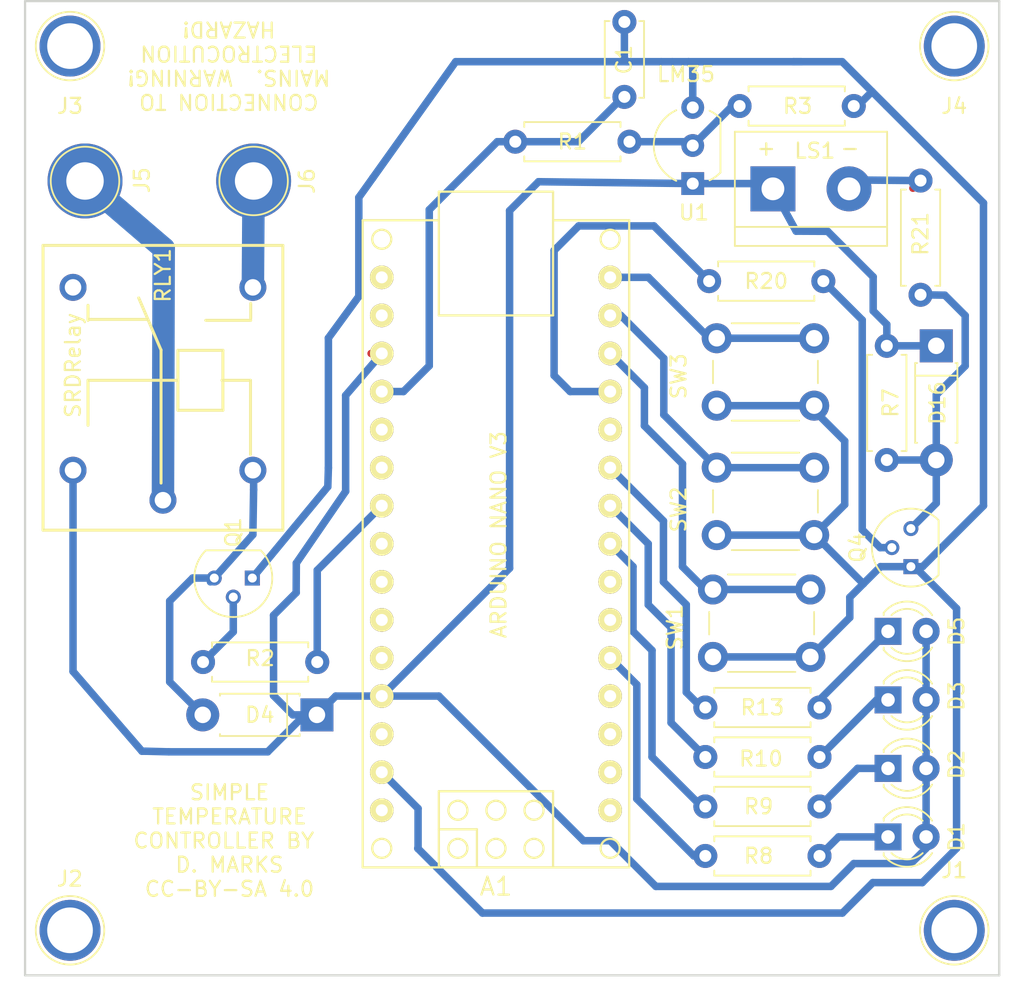
<source format=kicad_pcb>
(kicad_pcb (version 4) (host pcbnew 4.0.7)

  (general
    (links 52)
    (no_connects 0)
    (area 158.252381 39.524999 226.74762 105.675)
    (thickness 1.6)
    (drawings 10)
    (tracks 200)
    (zones 0)
    (modules 32)
    (nets 25)
  )

  (page A4)
  (layers
    (0 F.Cu signal)
    (31 B.Cu signal)
    (32 B.Adhes user)
    (33 F.Adhes user)
    (34 B.Paste user)
    (35 F.Paste user)
    (36 B.SilkS user)
    (37 F.SilkS user)
    (38 B.Mask user)
    (39 F.Mask user)
    (40 Dwgs.User user)
    (41 Cmts.User user)
    (42 Eco1.User user)
    (43 Eco2.User user)
    (44 Edge.Cuts user)
    (45 Margin user)
    (46 B.CrtYd user)
    (47 F.CrtYd user)
    (48 B.Fab user)
    (49 F.Fab user)
  )

  (setup
    (last_trace_width 1.5)
    (user_trace_width 0.35)
    (user_trace_width 0.5)
    (user_trace_width 1)
    (user_trace_width 1.5)
    (trace_clearance 0.2)
    (zone_clearance 0.5)
    (zone_45_only yes)
    (trace_min 0.2)
    (segment_width 0.2)
    (edge_width 0.15)
    (via_size 0.6)
    (via_drill 0.4)
    (via_min_size 0.4)
    (via_min_drill 0.3)
    (uvia_size 0.3)
    (uvia_drill 0.1)
    (uvias_allowed no)
    (uvia_min_size 0.2)
    (uvia_min_drill 0.1)
    (pcb_text_width 0.3)
    (pcb_text_size 1.5 1.5)
    (mod_edge_width 0.15)
    (mod_text_size 1 1)
    (mod_text_width 0.15)
    (pad_size 4.064 4.064)
    (pad_drill 3.048)
    (pad_to_mask_clearance 0.2)
    (aux_axis_origin 0 0)
    (grid_origin 133 46.6)
    (visible_elements 7FFFFFFF)
    (pcbplotparams
      (layerselection 0x010f0_80000001)
      (usegerberextensions false)
      (excludeedgelayer true)
      (linewidth 0.100000)
      (plotframeref false)
      (viasonmask false)
      (mode 1)
      (useauxorigin false)
      (hpglpennumber 1)
      (hpglpenspeed 20)
      (hpglpendiameter 15)
      (hpglpenoverlay 2)
      (psnegative false)
      (psa4output false)
      (plotreference true)
      (plotvalue true)
      (plotinvisibletext false)
      (padsonsilk false)
      (subtractmaskfromsilk false)
      (outputformat 1)
      (mirror false)
      (drillshape 0)
      (scaleselection 1)
      (outputdirectory gerber/))
  )

  (net 0 "")
  (net 1 +5V)
  (net 2 GND)
  (net 3 "Net-(D1-Pad1)")
  (net 4 "Net-(A1-Pad5)")
  (net 5 "Net-(Q1-Pad2)")
  (net 6 "Net-(D16-Pad2)")
  (net 7 "Net-(Q4-Pad2)")
  (net 8 "Net-(A1-Pad22)")
  (net 9 "Net-(A1-Pad19)")
  (net 10 "Net-(A1-Pad12)")
  (net 11 "Net-(A1-Pad13)")
  (net 12 "Net-(A1-Pad14)")
  (net 13 "Net-(A1-Pad15)")
  (net 14 "Net-(LS1-Pad2)")
  (net 15 "Net-(A1-Pad8)")
  (net 16 "Net-(A1-Pad9)")
  (net 17 "Net-(D2-Pad1)")
  (net 18 "Net-(D3-Pad1)")
  (net 19 "Net-(D4-Pad2)")
  (net 20 "Net-(A1-Pad10)")
  (net 21 "Net-(D5-Pad1)")
  (net 22 "Net-(J5-Pad1)")
  (net 23 "Net-(J6-Pad1)")
  (net 24 "Net-(R1-Pad1)")

  (net_class Default "This is the default net class."
    (clearance 0.2)
    (trace_width 0.25)
    (via_dia 0.6)
    (via_drill 0.4)
    (uvia_dia 0.3)
    (uvia_drill 0.1)
    (add_net +5V)
    (add_net GND)
    (add_net "Net-(A1-Pad10)")
    (add_net "Net-(A1-Pad12)")
    (add_net "Net-(A1-Pad13)")
    (add_net "Net-(A1-Pad14)")
    (add_net "Net-(A1-Pad15)")
    (add_net "Net-(A1-Pad19)")
    (add_net "Net-(A1-Pad22)")
    (add_net "Net-(A1-Pad5)")
    (add_net "Net-(A1-Pad8)")
    (add_net "Net-(A1-Pad9)")
    (add_net "Net-(D1-Pad1)")
    (add_net "Net-(D16-Pad2)")
    (add_net "Net-(D2-Pad1)")
    (add_net "Net-(D3-Pad1)")
    (add_net "Net-(D4-Pad2)")
    (add_net "Net-(D5-Pad1)")
    (add_net "Net-(J5-Pad1)")
    (add_net "Net-(J6-Pad1)")
    (add_net "Net-(LS1-Pad2)")
    (add_net "Net-(Q1-Pad2)")
    (add_net "Net-(Q4-Pad2)")
    (add_net "Net-(R1-Pad1)")
  )

  (module Resistors_THT:R_Axial_DIN0207_L6.3mm_D2.5mm_P7.62mm_Horizontal (layer F.Cu) (tedit 5E7F9734) (tstamp 5E7F9885)
    (at 171.875 83.7)
    (descr "Resistor, Axial_DIN0207 series, Axial, Horizontal, pin pitch=7.62mm, 0.25W = 1/4W, length*diameter=6.3*2.5mm^2, http://cdn-reichelt.de/documents/datenblatt/B400/1_4W%23YAG.pdf")
    (tags "Resistor Axial_DIN0207 series Axial Horizontal pin pitch 7.62mm 0.25W = 1/4W length 6.3mm diameter 2.5mm")
    (path /5E7FA3B0)
    (fp_text reference R2 (at 3.81 -0.254) (layer F.SilkS)
      (effects (font (size 1 1) (thickness 0.15)))
    )
    (fp_text value 1k (at 3.81 2.31) (layer F.Fab)
      (effects (font (size 1 1) (thickness 0.15)))
    )
    (fp_line (start 0.66 -1.25) (end 0.66 1.25) (layer F.Fab) (width 0.1))
    (fp_line (start 0.66 1.25) (end 6.96 1.25) (layer F.Fab) (width 0.1))
    (fp_line (start 6.96 1.25) (end 6.96 -1.25) (layer F.Fab) (width 0.1))
    (fp_line (start 6.96 -1.25) (end 0.66 -1.25) (layer F.Fab) (width 0.1))
    (fp_line (start 0 0) (end 0.66 0) (layer F.Fab) (width 0.1))
    (fp_line (start 7.62 0) (end 6.96 0) (layer F.Fab) (width 0.1))
    (fp_line (start 0.6 -0.98) (end 0.6 -1.31) (layer F.SilkS) (width 0.12))
    (fp_line (start 0.6 -1.31) (end 7.02 -1.31) (layer F.SilkS) (width 0.12))
    (fp_line (start 7.02 -1.31) (end 7.02 -0.98) (layer F.SilkS) (width 0.12))
    (fp_line (start 0.6 0.98) (end 0.6 1.31) (layer F.SilkS) (width 0.12))
    (fp_line (start 0.6 1.31) (end 7.02 1.31) (layer F.SilkS) (width 0.12))
    (fp_line (start 7.02 1.31) (end 7.02 0.98) (layer F.SilkS) (width 0.12))
    (fp_line (start -1.05 -1.6) (end -1.05 1.6) (layer F.CrtYd) (width 0.05))
    (fp_line (start -1.05 1.6) (end 8.7 1.6) (layer F.CrtYd) (width 0.05))
    (fp_line (start 8.7 1.6) (end 8.7 -1.6) (layer F.CrtYd) (width 0.05))
    (fp_line (start 8.7 -1.6) (end -1.05 -1.6) (layer F.CrtYd) (width 0.05))
    (pad 1 thru_hole circle (at 0 0) (size 1.6 1.6) (drill 0.8) (layers *.Cu *.Mask)
      (net 5 "Net-(Q1-Pad2)"))
    (pad 2 thru_hole oval (at 7.62 0) (size 1.6 1.6) (drill 0.8) (layers *.Cu *.Mask)
      (net 8 "Net-(A1-Pad22)"))
    (model ${KISYS3DMOD}/Resistors_THT.3dshapes/R_Axial_DIN0207_L6.3mm_D2.5mm_P7.62mm_Horizontal.wrl
      (at (xyz 0 0 0))
      (scale (xyz 0.393701 0.393701 0.393701))
      (rotate (xyz 0 0 0))
    )
  )

  (module SimpleTempController:SRDXXRelay (layer F.Cu) (tedit 5BA31859) (tstamp 5E7FDC92)
    (at 169.2 64.9 90)
    (path /5E7FD9E2)
    (fp_text reference RLY1 (at 7 0 90) (layer F.SilkS)
      (effects (font (size 1 1) (thickness 0.15)))
    )
    (fp_text value SPDTRelay (at -6 -0.5 90) (layer F.Fab)
      (effects (font (size 1 1) (thickness 0.15)))
    )
    (fp_line (start 9 -8) (end -10 -8) (layer F.SilkS) (width 0.2))
    (fp_line (start -10 -8) (end -10 8) (layer F.SilkS) (width 0.2))
    (fp_line (start 9 8) (end -10 8) (layer F.SilkS) (width 0.2))
    (fp_line (start 9 -8) (end 9 8) (layer F.SilkS) (width 0.2))
    (fp_line (start 4.064 -4.953) (end 4.064 -1.016) (layer F.SilkS) (width 0.2))
    (fp_line (start 2.032 -0.127) (end -6.858 -0.127) (layer F.SilkS) (width 0.2))
    (fp_line (start 0 5.842) (end -4.953 5.842) (layer F.SilkS) (width 0.2))
    (fp_line (start 0 5.842) (end 0 3.937) (layer F.SilkS) (width 0.2))
    (fp_line (start 2 -0.119) (end 5.5 -1.619) (layer F.SilkS) (width 0.2))
    (fp_line (start -2 4) (end 2 4) (layer F.SilkS) (width 0.2))
    (fp_line (start 2 4) (end 2 1) (layer F.SilkS) (width 0.2))
    (fp_line (start 2 1) (end -2 1) (layer F.SilkS) (width 0.2))
    (fp_line (start -2 1) (end -2 4) (layer F.SilkS) (width 0.2))
    (fp_line (start 0 1) (end 0 -5) (layer F.SilkS) (width 0.2))
    (fp_line (start 0 -5) (end -3 -5) (layer F.SilkS) (width 0.2))
    (fp_line (start 5.127 5.857) (end 4.127 5.857) (layer F.SilkS) (width 0.2))
    (fp_line (start 4 5.857) (end 4 2.857) (layer F.SilkS) (width 0.2))
    (fp_line (start 4 -5) (end 5 -5) (layer F.SilkS) (width 0.2))
    (fp_text user SRDRelay (at 1 -6 90) (layer F.SilkS)
      (effects (font (size 1 1) (thickness 0.15)))
    )
    (pad 4 thru_hole circle (at -6 -6 90) (size 1.8 1.8) (drill 1.1) (layers *.Cu *.Mask)
      (net 1 +5V))
    (pad 2 thru_hole circle (at 6.2 -6 90) (size 1.8 1.8) (drill 1.1) (layers *.Cu *.Mask))
    (pad 3 thru_hole circle (at 6.2 6 90) (size 1.8 1.8) (drill 1.1) (layers *.Cu *.Mask)
      (net 23 "Net-(J6-Pad1)"))
    (pad 1 thru_hole circle (at -8 0 90) (size 1.8 1.8) (drill 1.1) (layers *.Cu *.Mask)
      (net 22 "Net-(J5-Pad1)"))
    (pad 5 thru_hole circle (at -6 6 90) (size 1.8 1.8) (drill 1.1) (layers *.Cu *.Mask)
      (net 19 "Net-(D4-Pad2)"))
  )

  (module SimpleTempController:arduino_nano (layer F.Cu) (tedit 5998B34A) (tstamp 5E7F97C1)
    (at 191.42 75.81 90)
    (path /5E0DFFF5)
    (fp_text reference A1 (at -22.86 0 180) (layer F.SilkS)
      (effects (font (size 1.2 1.2) (thickness 0.15)))
    )
    (fp_text value Arduino_Nano (at 0 0 90) (layer F.Fab)
      (effects (font (size 1.2 1.2) (thickness 0.15)))
    )
    (fp_line (start 21.59 3.81) (end 21.59 8.89) (layer F.SilkS) (width 0.15))
    (fp_line (start 21.59 -8.89) (end 21.59 -3.81) (layer F.SilkS) (width 0.15))
    (fp_line (start 23.495 -3.81) (end 23.495 3.81) (layer F.SilkS) (width 0.15))
    (fp_line (start 23.495 3.81) (end 15.24 3.81) (layer F.SilkS) (width 0.15))
    (fp_line (start 15.24 3.81) (end 15.24 -3.81) (layer F.SilkS) (width 0.15))
    (fp_line (start 15.24 -3.81) (end 23.495 -3.81) (layer F.SilkS) (width 0.15))
    (fp_circle (center -20.32 0) (end -19.685 0) (layer F.SilkS) (width 0.15))
    (fp_circle (center -20.32 2.54) (end -19.685 2.54) (layer F.SilkS) (width 0.15))
    (fp_circle (center -17.78 2.54) (end -17.145 2.54) (layer F.SilkS) (width 0.15))
    (fp_circle (center -17.78 0) (end -17.145 0) (layer F.SilkS) (width 0.15))
    (fp_circle (center -17.78 -2.54) (end -17.145 -2.54) (layer F.SilkS) (width 0.15))
    (fp_circle (center -20.32 -2.54) (end -20.32 -1.905) (layer F.SilkS) (width 0.15))
    (fp_circle (center 20.32 7.62) (end 20.955 7.62) (layer F.SilkS) (width 0.15))
    (fp_circle (center 20.32 -7.62) (end 20.955 -7.62) (layer F.SilkS) (width 0.15))
    (fp_circle (center -20.32 7.62) (end -19.685 7.62) (layer F.SilkS) (width 0.15))
    (fp_circle (center -20.32 -7.62) (end -19.685 -7.62) (layer F.SilkS) (width 0.15))
    (fp_line (start -19.05 -3.81) (end -19.05 -1.27) (layer F.SilkS) (width 0.15))
    (fp_line (start -19.05 -1.27) (end -21.59 -1.27) (layer F.SilkS) (width 0.15))
    (fp_line (start -16.51 -3.81) (end -21.59 -3.81) (layer F.SilkS) (width 0.15))
    (fp_line (start -21.59 3.81) (end -16.51 3.81) (layer F.SilkS) (width 0.15))
    (fp_line (start -16.51 3.81) (end -16.51 -3.81) (layer F.SilkS) (width 0.15))
    (fp_line (start -21.59 -8.89) (end -21.59 8.89) (layer F.SilkS) (width 0.15))
    (fp_line (start -21.59 8.89) (end 21.59 8.89) (layer F.SilkS) (width 0.15))
    (fp_line (start 21.59 -8.89) (end -21.59 -8.89) (layer F.SilkS) (width 0.15))
    (pad 30 thru_hole circle (at -17.78 -7.62 90) (size 1.5748 1.5748) (drill 0.8) (layers *.Cu *.Mask F.SilkS))
    (pad 1 thru_hole circle (at -17.78 7.62 90) (size 1.5748 1.5748) (drill 0.8) (layers *.Cu *.Mask F.SilkS))
    (pad 29 thru_hole circle (at -15.24 -7.62 90) (size 1.5748 1.5748) (drill 0.8) (layers *.Cu *.Mask F.SilkS)
      (net 2 GND))
    (pad 2 thru_hole circle (at -15.24 7.62 90) (size 1.5748 1.5748) (drill 0.8) (layers *.Cu *.Mask F.SilkS))
    (pad 28 thru_hole circle (at -12.7 -7.62 90) (size 1.5748 1.5748) (drill 0.8) (layers *.Cu *.Mask F.SilkS))
    (pad 3 thru_hole circle (at -12.7 7.62 90) (size 1.5748 1.5748) (drill 0.8) (layers *.Cu *.Mask F.SilkS))
    (pad 27 thru_hole circle (at -10.16 -7.62 90) (size 1.5748 1.5748) (drill 0.8) (layers *.Cu *.Mask F.SilkS)
      (net 1 +5V))
    (pad 4 thru_hole circle (at -10.16 7.62 90) (size 1.5748 1.5748) (drill 0.8) (layers *.Cu *.Mask F.SilkS))
    (pad 26 thru_hole circle (at -7.62 -7.62 90) (size 1.5748 1.5748) (drill 0.8) (layers *.Cu *.Mask F.SilkS))
    (pad 5 thru_hole circle (at -7.62 7.62 90) (size 1.5748 1.5748) (drill 0.8) (layers *.Cu *.Mask F.SilkS)
      (net 4 "Net-(A1-Pad5)"))
    (pad 25 thru_hole circle (at -5.08 -7.62 90) (size 1.5748 1.5748) (drill 0.8) (layers *.Cu *.Mask F.SilkS))
    (pad 6 thru_hole circle (at -5.08 7.62 90) (size 1.5748 1.5748) (drill 0.8) (layers *.Cu *.Mask F.SilkS))
    (pad 24 thru_hole circle (at -2.54 -7.62 90) (size 1.5748 1.5748) (drill 0.8) (layers *.Cu *.Mask F.SilkS))
    (pad 7 thru_hole circle (at -2.54 7.62 90) (size 1.5748 1.5748) (drill 0.8) (layers *.Cu *.Mask F.SilkS))
    (pad 23 thru_hole circle (at 0 -7.62 90) (size 1.5748 1.5748) (drill 0.8) (layers *.Cu *.Mask F.SilkS))
    (pad 8 thru_hole circle (at 0 7.62 90) (size 1.5748 1.5748) (drill 0.8) (layers *.Cu *.Mask F.SilkS)
      (net 15 "Net-(A1-Pad8)"))
    (pad 22 thru_hole circle (at 2.54 -7.62 90) (size 1.5748 1.5748) (drill 0.8) (layers *.Cu *.Mask F.SilkS)
      (net 8 "Net-(A1-Pad22)"))
    (pad 9 thru_hole circle (at 2.54 7.62 90) (size 1.5748 1.5748) (drill 0.8) (layers *.Cu *.Mask F.SilkS)
      (net 16 "Net-(A1-Pad9)"))
    (pad 21 thru_hole circle (at 5.08 -7.62 90) (size 1.5748 1.5748) (drill 0.8) (layers *.Cu *.Mask F.SilkS))
    (pad 10 thru_hole circle (at 5.08 7.62 90) (size 1.5748 1.5748) (drill 0.8) (layers *.Cu *.Mask F.SilkS)
      (net 20 "Net-(A1-Pad10)"))
    (pad 20 thru_hole circle (at 7.62 -7.62 90) (size 1.5748 1.5748) (drill 0.8) (layers *.Cu *.Mask F.SilkS))
    (pad 11 thru_hole circle (at 7.62 7.62 90) (size 1.5748 1.5748) (drill 0.8) (layers *.Cu *.Mask F.SilkS))
    (pad 19 thru_hole circle (at 10.16 -7.62 90) (size 1.5748 1.5748) (drill 0.8) (layers *.Cu *.Mask F.SilkS)
      (net 9 "Net-(A1-Pad19)"))
    (pad 12 thru_hole circle (at 10.16 7.62 90) (size 1.5748 1.5748) (drill 0.8) (layers *.Cu *.Mask F.SilkS)
      (net 10 "Net-(A1-Pad12)"))
    (pad 18 thru_hole circle (at 12.7 -7.62 90) (size 1.5748 1.5748) (drill 0.8) (layers *.Cu *.Mask F.SilkS)
      (net 1 +5V))
    (pad 13 thru_hole circle (at 12.7 7.62 90) (size 1.5748 1.5748) (drill 0.8) (layers *.Cu *.Mask F.SilkS)
      (net 11 "Net-(A1-Pad13)"))
    (pad 17 thru_hole circle (at 15.24 -7.62 90) (size 1.5748 1.5748) (drill 0.8) (layers *.Cu *.Mask F.SilkS))
    (pad 14 thru_hole circle (at 15.24 7.62 90) (size 1.5748 1.5748) (drill 0.8) (layers *.Cu *.Mask F.SilkS)
      (net 12 "Net-(A1-Pad14)"))
    (pad 16 thru_hole circle (at 17.78 -7.62 90) (size 1.5748 1.5748) (drill 0.8) (layers *.Cu *.Mask F.SilkS))
    (pad 15 thru_hole circle (at 17.78 7.62 90) (size 1.5748 1.5748) (drill 0.8) (layers *.Cu *.Mask F.SilkS)
      (net 13 "Net-(A1-Pad15)"))
  )

  (module LEDs:LED_D3.0mm (layer F.Cu) (tedit 5E800AFE) (tstamp 5E7F97D4)
    (at 217.582 95.368)
    (descr "LED, diameter 3.0mm, 2 pins")
    (tags "LED diameter 3.0mm 2 pins")
    (path /5E7FEC21)
    (fp_text reference D1 (at 4.572 0 90) (layer F.SilkS)
      (effects (font (size 1 1) (thickness 0.15)))
    )
    (fp_text value LED (at 1.27 2.96) (layer F.Fab)
      (effects (font (size 1 1) (thickness 0.15)))
    )
    (fp_arc (start 1.27 0) (end -0.23 -1.16619) (angle 284.3) (layer F.Fab) (width 0.1))
    (fp_arc (start 1.27 0) (end -0.29 -1.235516) (angle 108.8) (layer F.SilkS) (width 0.12))
    (fp_arc (start 1.27 0) (end -0.29 1.235516) (angle -108.8) (layer F.SilkS) (width 0.12))
    (fp_arc (start 1.27 0) (end 0.229039 -1.08) (angle 87.9) (layer F.SilkS) (width 0.12))
    (fp_arc (start 1.27 0) (end 0.229039 1.08) (angle -87.9) (layer F.SilkS) (width 0.12))
    (fp_circle (center 1.27 0) (end 2.77 0) (layer F.Fab) (width 0.1))
    (fp_line (start -0.23 -1.16619) (end -0.23 1.16619) (layer F.Fab) (width 0.1))
    (fp_line (start -0.29 -1.236) (end -0.29 -1.08) (layer F.SilkS) (width 0.12))
    (fp_line (start -0.29 1.08) (end -0.29 1.236) (layer F.SilkS) (width 0.12))
    (fp_line (start -1.15 -2.25) (end -1.15 2.25) (layer F.CrtYd) (width 0.05))
    (fp_line (start -1.15 2.25) (end 3.7 2.25) (layer F.CrtYd) (width 0.05))
    (fp_line (start 3.7 2.25) (end 3.7 -2.25) (layer F.CrtYd) (width 0.05))
    (fp_line (start 3.7 -2.25) (end -1.15 -2.25) (layer F.CrtYd) (width 0.05))
    (pad 1 thru_hole rect (at 0 0) (size 1.8 1.8) (drill 0.9) (layers *.Cu *.Mask)
      (net 3 "Net-(D1-Pad1)"))
    (pad 2 thru_hole circle (at 2.54 0) (size 1.8 1.8) (drill 0.9) (layers *.Cu *.Mask)
      (net 1 +5V))
    (model ${KISYS3DMOD}/LEDs.3dshapes/LED_D3.0mm.wrl
      (at (xyz 0 0 0))
      (scale (xyz 0.393701 0.393701 0.393701))
      (rotate (xyz 0 0 0))
    )
  )

  (module LEDs:LED_D3.0mm (layer F.Cu) (tedit 5E800AFA) (tstamp 5E7F97E7)
    (at 217.582 90.796)
    (descr "LED, diameter 3.0mm, 2 pins")
    (tags "LED diameter 3.0mm 2 pins")
    (path /5E7FF2E8)
    (fp_text reference D2 (at 4.572 -0.254 90) (layer F.SilkS)
      (effects (font (size 1 1) (thickness 0.15)))
    )
    (fp_text value LED (at 1.27 2.96) (layer F.Fab)
      (effects (font (size 1 1) (thickness 0.15)))
    )
    (fp_arc (start 1.27 0) (end -0.23 -1.16619) (angle 284.3) (layer F.Fab) (width 0.1))
    (fp_arc (start 1.27 0) (end -0.29 -1.235516) (angle 108.8) (layer F.SilkS) (width 0.12))
    (fp_arc (start 1.27 0) (end -0.29 1.235516) (angle -108.8) (layer F.SilkS) (width 0.12))
    (fp_arc (start 1.27 0) (end 0.229039 -1.08) (angle 87.9) (layer F.SilkS) (width 0.12))
    (fp_arc (start 1.27 0) (end 0.229039 1.08) (angle -87.9) (layer F.SilkS) (width 0.12))
    (fp_circle (center 1.27 0) (end 2.77 0) (layer F.Fab) (width 0.1))
    (fp_line (start -0.23 -1.16619) (end -0.23 1.16619) (layer F.Fab) (width 0.1))
    (fp_line (start -0.29 -1.236) (end -0.29 -1.08) (layer F.SilkS) (width 0.12))
    (fp_line (start -0.29 1.08) (end -0.29 1.236) (layer F.SilkS) (width 0.12))
    (fp_line (start -1.15 -2.25) (end -1.15 2.25) (layer F.CrtYd) (width 0.05))
    (fp_line (start -1.15 2.25) (end 3.7 2.25) (layer F.CrtYd) (width 0.05))
    (fp_line (start 3.7 2.25) (end 3.7 -2.25) (layer F.CrtYd) (width 0.05))
    (fp_line (start 3.7 -2.25) (end -1.15 -2.25) (layer F.CrtYd) (width 0.05))
    (pad 1 thru_hole rect (at 0 0) (size 1.8 1.8) (drill 0.9) (layers *.Cu *.Mask)
      (net 17 "Net-(D2-Pad1)"))
    (pad 2 thru_hole circle (at 2.54 0) (size 1.8 1.8) (drill 0.9) (layers *.Cu *.Mask)
      (net 1 +5V))
    (model ${KISYS3DMOD}/LEDs.3dshapes/LED_D3.0mm.wrl
      (at (xyz 0 0 0))
      (scale (xyz 0.393701 0.393701 0.393701))
      (rotate (xyz 0 0 0))
    )
  )

  (module LEDs:LED_D3.0mm (layer F.Cu) (tedit 5E800B2A) (tstamp 5E7F97FA)
    (at 217.582 86.224)
    (descr "LED, diameter 3.0mm, 2 pins")
    (tags "LED diameter 3.0mm 2 pins")
    (path /5E7FF65B)
    (fp_text reference D3 (at 4.572 -0.254 90) (layer F.SilkS)
      (effects (font (size 1 1) (thickness 0.15)))
    )
    (fp_text value LED (at 1.27 2.96) (layer F.Fab)
      (effects (font (size 1 1) (thickness 0.15)))
    )
    (fp_arc (start 1.27 0) (end -0.23 -1.16619) (angle 284.3) (layer F.Fab) (width 0.1))
    (fp_arc (start 1.27 0) (end -0.29 -1.235516) (angle 108.8) (layer F.SilkS) (width 0.12))
    (fp_arc (start 1.27 0) (end -0.29 1.235516) (angle -108.8) (layer F.SilkS) (width 0.12))
    (fp_arc (start 1.27 0) (end 0.229039 -1.08) (angle 87.9) (layer F.SilkS) (width 0.12))
    (fp_arc (start 1.27 0) (end 0.229039 1.08) (angle -87.9) (layer F.SilkS) (width 0.12))
    (fp_circle (center 1.27 0) (end 2.77 0) (layer F.Fab) (width 0.1))
    (fp_line (start -0.23 -1.16619) (end -0.23 1.16619) (layer F.Fab) (width 0.1))
    (fp_line (start -0.29 -1.236) (end -0.29 -1.08) (layer F.SilkS) (width 0.12))
    (fp_line (start -0.29 1.08) (end -0.29 1.236) (layer F.SilkS) (width 0.12))
    (fp_line (start -1.15 -2.25) (end -1.15 2.25) (layer F.CrtYd) (width 0.05))
    (fp_line (start -1.15 2.25) (end 3.7 2.25) (layer F.CrtYd) (width 0.05))
    (fp_line (start 3.7 2.25) (end 3.7 -2.25) (layer F.CrtYd) (width 0.05))
    (fp_line (start 3.7 -2.25) (end -1.15 -2.25) (layer F.CrtYd) (width 0.05))
    (pad 1 thru_hole rect (at 0 0) (size 1.8 1.8) (drill 0.9) (layers *.Cu *.Mask)
      (net 18 "Net-(D3-Pad1)"))
    (pad 2 thru_hole circle (at 2.54 0) (size 1.8 1.8) (drill 0.9) (layers *.Cu *.Mask)
      (net 1 +5V))
    (model ${KISYS3DMOD}/LEDs.3dshapes/LED_D3.0mm.wrl
      (at (xyz 0 0 0))
      (scale (xyz 0.393701 0.393701 0.393701))
      (rotate (xyz 0 0 0))
    )
  )

  (module Connectors_Terminal_Blocks:TerminalBlock_bornier-2_P5.08mm (layer F.Cu) (tedit 5E7F9999) (tstamp 5E7F9847)
    (at 209.9 52.125)
    (descr "simple 2-pin terminal block, pitch 5.08mm, revamped version of bornier2")
    (tags "terminal block bornier2")
    (path /5E800765)
    (fp_text reference LS1 (at 2.794 -2.54) (layer F.SilkS)
      (effects (font (size 1 1) (thickness 0.15)))
    )
    (fp_text value Speaker (at 2.54 5.08) (layer F.Fab)
      (effects (font (size 1 1) (thickness 0.15)))
    )
    (fp_text user %R (at 2.54 0) (layer F.Fab)
      (effects (font (size 1 1) (thickness 0.15)))
    )
    (fp_line (start -2.41 2.55) (end 7.49 2.55) (layer F.Fab) (width 0.1))
    (fp_line (start -2.46 -3.75) (end -2.46 3.75) (layer F.Fab) (width 0.1))
    (fp_line (start -2.46 3.75) (end 7.54 3.75) (layer F.Fab) (width 0.1))
    (fp_line (start 7.54 3.75) (end 7.54 -3.75) (layer F.Fab) (width 0.1))
    (fp_line (start 7.54 -3.75) (end -2.46 -3.75) (layer F.Fab) (width 0.1))
    (fp_line (start 7.62 2.54) (end -2.54 2.54) (layer F.SilkS) (width 0.12))
    (fp_line (start 7.62 3.81) (end 7.62 -3.81) (layer F.SilkS) (width 0.12))
    (fp_line (start 7.62 -3.81) (end -2.54 -3.81) (layer F.SilkS) (width 0.12))
    (fp_line (start -2.54 -3.81) (end -2.54 3.81) (layer F.SilkS) (width 0.12))
    (fp_line (start -2.54 3.81) (end 7.62 3.81) (layer F.SilkS) (width 0.12))
    (fp_line (start -2.71 -4) (end 7.79 -4) (layer F.CrtYd) (width 0.05))
    (fp_line (start -2.71 -4) (end -2.71 4) (layer F.CrtYd) (width 0.05))
    (fp_line (start 7.79 4) (end 7.79 -4) (layer F.CrtYd) (width 0.05))
    (fp_line (start 7.79 4) (end -2.71 4) (layer F.CrtYd) (width 0.05))
    (pad 1 thru_hole rect (at 0 0) (size 3 3) (drill 1.52) (layers *.Cu *.Mask)
      (net 1 +5V))
    (pad 2 thru_hole circle (at 5.08 0) (size 3 3) (drill 1.52) (layers *.Cu *.Mask)
      (net 14 "Net-(LS1-Pad2)"))
    (model ${KISYS3DMOD}/Terminal_Blocks.3dshapes/TerminalBlock_bornier-2_P5.08mm.wrl
      (at (xyz 0.1 0 0))
      (scale (xyz 1 1 1))
      (rotate (xyz 0 0 0))
    )
  )

  (module TO_SOT_Packages_THT:TO-92_Molded_Narrow (layer F.Cu) (tedit 58CE52AF) (tstamp 5E7F9859)
    (at 219.106 77.334 90)
    (descr "TO-92 leads molded, narrow, drill 0.6mm (see NXP sot054_po.pdf)")
    (tags "to-92 sc-43 sc-43a sot54 PA33 transistor")
    (path /5E7EBFC8)
    (fp_text reference Q4 (at 1.27 -3.56 90) (layer F.SilkS)
      (effects (font (size 1 1) (thickness 0.15)))
    )
    (fp_text value 2N2222A (at 1.27 2.79 90) (layer F.Fab)
      (effects (font (size 1 1) (thickness 0.15)))
    )
    (fp_text user %R (at 1.27 -3.56 90) (layer F.Fab)
      (effects (font (size 1 1) (thickness 0.15)))
    )
    (fp_line (start -0.53 1.85) (end 3.07 1.85) (layer F.SilkS) (width 0.12))
    (fp_line (start -0.5 1.75) (end 3 1.75) (layer F.Fab) (width 0.1))
    (fp_line (start -1.46 -2.73) (end 4 -2.73) (layer F.CrtYd) (width 0.05))
    (fp_line (start -1.46 -2.73) (end -1.46 2.01) (layer F.CrtYd) (width 0.05))
    (fp_line (start 4 2.01) (end 4 -2.73) (layer F.CrtYd) (width 0.05))
    (fp_line (start 4 2.01) (end -1.46 2.01) (layer F.CrtYd) (width 0.05))
    (fp_arc (start 1.27 0) (end 1.27 -2.48) (angle 135) (layer F.Fab) (width 0.1))
    (fp_arc (start 1.27 0) (end 1.27 -2.6) (angle -135) (layer F.SilkS) (width 0.12))
    (fp_arc (start 1.27 0) (end 1.27 -2.48) (angle -135) (layer F.Fab) (width 0.1))
    (fp_arc (start 1.27 0) (end 1.27 -2.6) (angle 135) (layer F.SilkS) (width 0.12))
    (pad 2 thru_hole circle (at 1.27 -1.27 180) (size 1 1) (drill 0.6) (layers *.Cu *.Mask)
      (net 7 "Net-(Q4-Pad2)"))
    (pad 3 thru_hole circle (at 2.54 0 180) (size 1 1) (drill 0.6) (layers *.Cu *.Mask)
      (net 6 "Net-(D16-Pad2)"))
    (pad 1 thru_hole rect (at 0 0 180) (size 1 1) (drill 0.6) (layers *.Cu *.Mask)
      (net 2 GND))
    (model ${KISYS3DMOD}/TO_SOT_Packages_THT.3dshapes/TO-92_Molded_Narrow.wrl
      (at (xyz 0.05 0 0))
      (scale (xyz 1 1 1))
      (rotate (xyz 0 0 -90))
    )
  )

  (module Resistors_THT:R_Axial_DIN0207_L6.3mm_D2.5mm_P7.62mm_Horizontal (layer F.Cu) (tedit 5E7F9730) (tstamp 5E7F986F)
    (at 200.33 48.98 180)
    (descr "Resistor, Axial_DIN0207 series, Axial, Horizontal, pin pitch=7.62mm, 0.25W = 1/4W, length*diameter=6.3*2.5mm^2, http://cdn-reichelt.de/documents/datenblatt/B400/1_4W%23YAG.pdf")
    (tags "Resistor Axial_DIN0207 series Axial Horizontal pin pitch 7.62mm 0.25W = 1/4W length 6.3mm diameter 2.5mm")
    (path /5E803B4B)
    (fp_text reference R1 (at 3.81 0 180) (layer F.SilkS)
      (effects (font (size 1 1) (thickness 0.15)))
    )
    (fp_text value 10k (at 3.81 2.31 180) (layer F.Fab)
      (effects (font (size 1 1) (thickness 0.15)))
    )
    (fp_line (start 0.66 -1.25) (end 0.66 1.25) (layer F.Fab) (width 0.1))
    (fp_line (start 0.66 1.25) (end 6.96 1.25) (layer F.Fab) (width 0.1))
    (fp_line (start 6.96 1.25) (end 6.96 -1.25) (layer F.Fab) (width 0.1))
    (fp_line (start 6.96 -1.25) (end 0.66 -1.25) (layer F.Fab) (width 0.1))
    (fp_line (start 0 0) (end 0.66 0) (layer F.Fab) (width 0.1))
    (fp_line (start 7.62 0) (end 6.96 0) (layer F.Fab) (width 0.1))
    (fp_line (start 0.6 -0.98) (end 0.6 -1.31) (layer F.SilkS) (width 0.12))
    (fp_line (start 0.6 -1.31) (end 7.02 -1.31) (layer F.SilkS) (width 0.12))
    (fp_line (start 7.02 -1.31) (end 7.02 -0.98) (layer F.SilkS) (width 0.12))
    (fp_line (start 0.6 0.98) (end 0.6 1.31) (layer F.SilkS) (width 0.12))
    (fp_line (start 0.6 1.31) (end 7.02 1.31) (layer F.SilkS) (width 0.12))
    (fp_line (start 7.02 1.31) (end 7.02 0.98) (layer F.SilkS) (width 0.12))
    (fp_line (start -1.05 -1.6) (end -1.05 1.6) (layer F.CrtYd) (width 0.05))
    (fp_line (start -1.05 1.6) (end 8.7 1.6) (layer F.CrtYd) (width 0.05))
    (fp_line (start 8.7 1.6) (end 8.7 -1.6) (layer F.CrtYd) (width 0.05))
    (fp_line (start 8.7 -1.6) (end -1.05 -1.6) (layer F.CrtYd) (width 0.05))
    (pad 1 thru_hole circle (at 0 0 180) (size 1.6 1.6) (drill 0.8) (layers *.Cu *.Mask)
      (net 24 "Net-(R1-Pad1)"))
    (pad 2 thru_hole oval (at 7.62 0 180) (size 1.6 1.6) (drill 0.8) (layers *.Cu *.Mask)
      (net 9 "Net-(A1-Pad19)"))
    (model ${KISYS3DMOD}/Resistors_THT.3dshapes/R_Axial_DIN0207_L6.3mm_D2.5mm_P7.62mm_Horizontal.wrl
      (at (xyz 0 0 0))
      (scale (xyz 0.393701 0.393701 0.393701))
      (rotate (xyz 0 0 0))
    )
  )

  (module Resistors_THT:R_Axial_DIN0207_L6.3mm_D2.5mm_P7.62mm_Horizontal (layer F.Cu) (tedit 5E7F968E) (tstamp 5E7F98F3)
    (at 217.5 62.6 270)
    (descr "Resistor, Axial_DIN0207 series, Axial, Horizontal, pin pitch=7.62mm, 0.25W = 1/4W, length*diameter=6.3*2.5mm^2, http://cdn-reichelt.de/documents/datenblatt/B400/1_4W%23YAG.pdf")
    (tags "Resistor Axial_DIN0207 series Axial Horizontal pin pitch 7.62mm 0.25W = 1/4W length 6.3mm diameter 2.5mm")
    (path /5E80235F)
    (fp_text reference R7 (at 3.81 -0.254 270) (layer F.SilkS)
      (effects (font (size 1 1) (thickness 0.15)))
    )
    (fp_text value 1k (at 3.81 2.31 270) (layer F.Fab)
      (effects (font (size 1 1) (thickness 0.15)))
    )
    (fp_line (start 0.66 -1.25) (end 0.66 1.25) (layer F.Fab) (width 0.1))
    (fp_line (start 0.66 1.25) (end 6.96 1.25) (layer F.Fab) (width 0.1))
    (fp_line (start 6.96 1.25) (end 6.96 -1.25) (layer F.Fab) (width 0.1))
    (fp_line (start 6.96 -1.25) (end 0.66 -1.25) (layer F.Fab) (width 0.1))
    (fp_line (start 0 0) (end 0.66 0) (layer F.Fab) (width 0.1))
    (fp_line (start 7.62 0) (end 6.96 0) (layer F.Fab) (width 0.1))
    (fp_line (start 0.6 -0.98) (end 0.6 -1.31) (layer F.SilkS) (width 0.12))
    (fp_line (start 0.6 -1.31) (end 7.02 -1.31) (layer F.SilkS) (width 0.12))
    (fp_line (start 7.02 -1.31) (end 7.02 -0.98) (layer F.SilkS) (width 0.12))
    (fp_line (start 0.6 0.98) (end 0.6 1.31) (layer F.SilkS) (width 0.12))
    (fp_line (start 0.6 1.31) (end 7.02 1.31) (layer F.SilkS) (width 0.12))
    (fp_line (start 7.02 1.31) (end 7.02 0.98) (layer F.SilkS) (width 0.12))
    (fp_line (start -1.05 -1.6) (end -1.05 1.6) (layer F.CrtYd) (width 0.05))
    (fp_line (start -1.05 1.6) (end 8.7 1.6) (layer F.CrtYd) (width 0.05))
    (fp_line (start 8.7 1.6) (end 8.7 -1.6) (layer F.CrtYd) (width 0.05))
    (fp_line (start 8.7 -1.6) (end -1.05 -1.6) (layer F.CrtYd) (width 0.05))
    (pad 1 thru_hole circle (at 0 0 270) (size 1.6 1.6) (drill 0.8) (layers *.Cu *.Mask)
      (net 1 +5V))
    (pad 2 thru_hole oval (at 7.62 0 270) (size 1.6 1.6) (drill 0.8) (layers *.Cu *.Mask)
      (net 6 "Net-(D16-Pad2)"))
    (model ${KISYS3DMOD}/Resistors_THT.3dshapes/R_Axial_DIN0207_L6.3mm_D2.5mm_P7.62mm_Horizontal.wrl
      (at (xyz 0 0 0))
      (scale (xyz 0.393701 0.393701 0.393701))
      (rotate (xyz 0 0 0))
    )
  )

  (module Resistors_THT:R_Axial_DIN0207_L6.3mm_D2.5mm_P7.62mm_Horizontal (layer F.Cu) (tedit 5E7F973A) (tstamp 5E7F9909)
    (at 205.644 58.284)
    (descr "Resistor, Axial_DIN0207 series, Axial, Horizontal, pin pitch=7.62mm, 0.25W = 1/4W, length*diameter=6.3*2.5mm^2, http://cdn-reichelt.de/documents/datenblatt/B400/1_4W%23YAG.pdf")
    (tags "Resistor Axial_DIN0207 series Axial Horizontal pin pitch 7.62mm 0.25W = 1/4W length 6.3mm diameter 2.5mm")
    (path /5E7EC1A3)
    (fp_text reference R20 (at 3.81 0) (layer F.SilkS)
      (effects (font (size 1 1) (thickness 0.15)))
    )
    (fp_text value 1k (at 3.81 2.31) (layer F.Fab)
      (effects (font (size 1 1) (thickness 0.15)))
    )
    (fp_line (start 0.66 -1.25) (end 0.66 1.25) (layer F.Fab) (width 0.1))
    (fp_line (start 0.66 1.25) (end 6.96 1.25) (layer F.Fab) (width 0.1))
    (fp_line (start 6.96 1.25) (end 6.96 -1.25) (layer F.Fab) (width 0.1))
    (fp_line (start 6.96 -1.25) (end 0.66 -1.25) (layer F.Fab) (width 0.1))
    (fp_line (start 0 0) (end 0.66 0) (layer F.Fab) (width 0.1))
    (fp_line (start 7.62 0) (end 6.96 0) (layer F.Fab) (width 0.1))
    (fp_line (start 0.6 -0.98) (end 0.6 -1.31) (layer F.SilkS) (width 0.12))
    (fp_line (start 0.6 -1.31) (end 7.02 -1.31) (layer F.SilkS) (width 0.12))
    (fp_line (start 7.02 -1.31) (end 7.02 -0.98) (layer F.SilkS) (width 0.12))
    (fp_line (start 0.6 0.98) (end 0.6 1.31) (layer F.SilkS) (width 0.12))
    (fp_line (start 0.6 1.31) (end 7.02 1.31) (layer F.SilkS) (width 0.12))
    (fp_line (start 7.02 1.31) (end 7.02 0.98) (layer F.SilkS) (width 0.12))
    (fp_line (start -1.05 -1.6) (end -1.05 1.6) (layer F.CrtYd) (width 0.05))
    (fp_line (start -1.05 1.6) (end 8.7 1.6) (layer F.CrtYd) (width 0.05))
    (fp_line (start 8.7 1.6) (end 8.7 -1.6) (layer F.CrtYd) (width 0.05))
    (fp_line (start 8.7 -1.6) (end -1.05 -1.6) (layer F.CrtYd) (width 0.05))
    (pad 1 thru_hole circle (at 0 0) (size 1.6 1.6) (drill 0.8) (layers *.Cu *.Mask)
      (net 10 "Net-(A1-Pad12)"))
    (pad 2 thru_hole oval (at 7.62 0) (size 1.6 1.6) (drill 0.8) (layers *.Cu *.Mask)
      (net 7 "Net-(Q4-Pad2)"))
    (model ${KISYS3DMOD}/Resistors_THT.3dshapes/R_Axial_DIN0207_L6.3mm_D2.5mm_P7.62mm_Horizontal.wrl
      (at (xyz 0 0 0))
      (scale (xyz 0.393701 0.393701 0.393701))
      (rotate (xyz 0 0 0))
    )
  )

  (module Resistors_THT:R_Axial_DIN0207_L6.3mm_D2.5mm_P7.62mm_Horizontal (layer F.Cu) (tedit 5E7F973E) (tstamp 5E7F991F)
    (at 219.75 51.575 270)
    (descr "Resistor, Axial_DIN0207 series, Axial, Horizontal, pin pitch=7.62mm, 0.25W = 1/4W, length*diameter=6.3*2.5mm^2, http://cdn-reichelt.de/documents/datenblatt/B400/1_4W%23YAG.pdf")
    (tags "Resistor Axial_DIN0207 series Axial Horizontal pin pitch 7.62mm 0.25W = 1/4W length 6.3mm diameter 2.5mm")
    (path /5E7ED06A)
    (fp_text reference R21 (at 3.556 0 270) (layer F.SilkS)
      (effects (font (size 1 1) (thickness 0.15)))
    )
    (fp_text value 100R (at 3.81 2.31 270) (layer F.Fab)
      (effects (font (size 1 1) (thickness 0.15)))
    )
    (fp_line (start 0.66 -1.25) (end 0.66 1.25) (layer F.Fab) (width 0.1))
    (fp_line (start 0.66 1.25) (end 6.96 1.25) (layer F.Fab) (width 0.1))
    (fp_line (start 6.96 1.25) (end 6.96 -1.25) (layer F.Fab) (width 0.1))
    (fp_line (start 6.96 -1.25) (end 0.66 -1.25) (layer F.Fab) (width 0.1))
    (fp_line (start 0 0) (end 0.66 0) (layer F.Fab) (width 0.1))
    (fp_line (start 7.62 0) (end 6.96 0) (layer F.Fab) (width 0.1))
    (fp_line (start 0.6 -0.98) (end 0.6 -1.31) (layer F.SilkS) (width 0.12))
    (fp_line (start 0.6 -1.31) (end 7.02 -1.31) (layer F.SilkS) (width 0.12))
    (fp_line (start 7.02 -1.31) (end 7.02 -0.98) (layer F.SilkS) (width 0.12))
    (fp_line (start 0.6 0.98) (end 0.6 1.31) (layer F.SilkS) (width 0.12))
    (fp_line (start 0.6 1.31) (end 7.02 1.31) (layer F.SilkS) (width 0.12))
    (fp_line (start 7.02 1.31) (end 7.02 0.98) (layer F.SilkS) (width 0.12))
    (fp_line (start -1.05 -1.6) (end -1.05 1.6) (layer F.CrtYd) (width 0.05))
    (fp_line (start -1.05 1.6) (end 8.7 1.6) (layer F.CrtYd) (width 0.05))
    (fp_line (start 8.7 1.6) (end 8.7 -1.6) (layer F.CrtYd) (width 0.05))
    (fp_line (start 8.7 -1.6) (end -1.05 -1.6) (layer F.CrtYd) (width 0.05))
    (pad 1 thru_hole circle (at 0 0 270) (size 1.6 1.6) (drill 0.8) (layers *.Cu *.Mask)
      (net 14 "Net-(LS1-Pad2)"))
    (pad 2 thru_hole oval (at 7.62 0 270) (size 1.6 1.6) (drill 0.8) (layers *.Cu *.Mask)
      (net 6 "Net-(D16-Pad2)"))
    (model ${KISYS3DMOD}/Resistors_THT.3dshapes/R_Axial_DIN0207_L6.3mm_D2.5mm_P7.62mm_Horizontal.wrl
      (at (xyz 0 0 0))
      (scale (xyz 0.393701 0.393701 0.393701))
      (rotate (xyz 0 0 0))
    )
  )

  (module Buttons_Switches_THT:SW_PUSH_6mm (layer F.Cu) (tedit 5E7F99D7) (tstamp 5E7F993E)
    (at 205.898 78.858)
    (descr https://www.omron.com/ecb/products/pdf/en-b3f.pdf)
    (tags "tact sw push 6mm")
    (path /5E0E2FF1)
    (fp_text reference SW1 (at -2.54 2.54 90) (layer F.SilkS)
      (effects (font (size 1 1) (thickness 0.15)))
    )
    (fp_text value SW_Push (at 3.75 6.7) (layer F.Fab)
      (effects (font (size 1 1) (thickness 0.15)))
    )
    (fp_text user %R (at 3.25 2.25) (layer F.Fab)
      (effects (font (size 1 1) (thickness 0.15)))
    )
    (fp_line (start 3.25 -0.75) (end 6.25 -0.75) (layer F.Fab) (width 0.1))
    (fp_line (start 6.25 -0.75) (end 6.25 5.25) (layer F.Fab) (width 0.1))
    (fp_line (start 6.25 5.25) (end 0.25 5.25) (layer F.Fab) (width 0.1))
    (fp_line (start 0.25 5.25) (end 0.25 -0.75) (layer F.Fab) (width 0.1))
    (fp_line (start 0.25 -0.75) (end 3.25 -0.75) (layer F.Fab) (width 0.1))
    (fp_line (start 7.75 6) (end 8 6) (layer F.CrtYd) (width 0.05))
    (fp_line (start 8 6) (end 8 5.75) (layer F.CrtYd) (width 0.05))
    (fp_line (start 7.75 -1.5) (end 8 -1.5) (layer F.CrtYd) (width 0.05))
    (fp_line (start 8 -1.5) (end 8 -1.25) (layer F.CrtYd) (width 0.05))
    (fp_line (start -1.5 -1.25) (end -1.5 -1.5) (layer F.CrtYd) (width 0.05))
    (fp_line (start -1.5 -1.5) (end -1.25 -1.5) (layer F.CrtYd) (width 0.05))
    (fp_line (start -1.5 5.75) (end -1.5 6) (layer F.CrtYd) (width 0.05))
    (fp_line (start -1.5 6) (end -1.25 6) (layer F.CrtYd) (width 0.05))
    (fp_line (start -1.25 -1.5) (end 7.75 -1.5) (layer F.CrtYd) (width 0.05))
    (fp_line (start -1.5 5.75) (end -1.5 -1.25) (layer F.CrtYd) (width 0.05))
    (fp_line (start 7.75 6) (end -1.25 6) (layer F.CrtYd) (width 0.05))
    (fp_line (start 8 -1.25) (end 8 5.75) (layer F.CrtYd) (width 0.05))
    (fp_line (start 1 5.5) (end 5.5 5.5) (layer F.SilkS) (width 0.12))
    (fp_line (start -0.25 1.5) (end -0.25 3) (layer F.SilkS) (width 0.12))
    (fp_line (start 5.5 -1) (end 1 -1) (layer F.SilkS) (width 0.12))
    (fp_line (start 6.75 3) (end 6.75 1.5) (layer F.SilkS) (width 0.12))
    (fp_circle (center 3.25 2.25) (end 1.25 2.5) (layer F.Fab) (width 0.1))
    (pad 2 thru_hole circle (at 0 4.5 90) (size 2 2) (drill 1.1) (layers *.Cu *.Mask)
      (net 2 GND))
    (pad 1 thru_hole circle (at 0 0 90) (size 2 2) (drill 1.1) (layers *.Cu *.Mask)
      (net 11 "Net-(A1-Pad13)"))
    (pad 2 thru_hole circle (at 6.5 4.5 90) (size 2 2) (drill 1.1) (layers *.Cu *.Mask)
      (net 2 GND))
    (pad 1 thru_hole circle (at 6.5 0 90) (size 2 2) (drill 1.1) (layers *.Cu *.Mask)
      (net 11 "Net-(A1-Pad13)"))
    (model ${KISYS3DMOD}/Buttons_Switches_THT.3dshapes/SW_PUSH_6mm.wrl
      (at (xyz 0.005 0 0))
      (scale (xyz 0.3937 0.3937 0.3937))
      (rotate (xyz 0 0 0))
    )
  )

  (module Buttons_Switches_THT:SW_PUSH_6mm (layer F.Cu) (tedit 5E7F9680) (tstamp 5E7F995D)
    (at 206.152 70.73)
    (descr https://www.omron.com/ecb/products/pdf/en-b3f.pdf)
    (tags "tact sw push 6mm")
    (path /5E0E30F4)
    (fp_text reference SW2 (at -2.54 2.794 90) (layer F.SilkS)
      (effects (font (size 1 1) (thickness 0.15)))
    )
    (fp_text value SW_Push (at 3.75 6.7) (layer F.Fab)
      (effects (font (size 1 1) (thickness 0.15)))
    )
    (fp_text user %R (at 3.25 2.25) (layer F.Fab)
      (effects (font (size 1 1) (thickness 0.15)))
    )
    (fp_line (start 3.25 -0.75) (end 6.25 -0.75) (layer F.Fab) (width 0.1))
    (fp_line (start 6.25 -0.75) (end 6.25 5.25) (layer F.Fab) (width 0.1))
    (fp_line (start 6.25 5.25) (end 0.25 5.25) (layer F.Fab) (width 0.1))
    (fp_line (start 0.25 5.25) (end 0.25 -0.75) (layer F.Fab) (width 0.1))
    (fp_line (start 0.25 -0.75) (end 3.25 -0.75) (layer F.Fab) (width 0.1))
    (fp_line (start 7.75 6) (end 8 6) (layer F.CrtYd) (width 0.05))
    (fp_line (start 8 6) (end 8 5.75) (layer F.CrtYd) (width 0.05))
    (fp_line (start 7.75 -1.5) (end 8 -1.5) (layer F.CrtYd) (width 0.05))
    (fp_line (start 8 -1.5) (end 8 -1.25) (layer F.CrtYd) (width 0.05))
    (fp_line (start -1.5 -1.25) (end -1.5 -1.5) (layer F.CrtYd) (width 0.05))
    (fp_line (start -1.5 -1.5) (end -1.25 -1.5) (layer F.CrtYd) (width 0.05))
    (fp_line (start -1.5 5.75) (end -1.5 6) (layer F.CrtYd) (width 0.05))
    (fp_line (start -1.5 6) (end -1.25 6) (layer F.CrtYd) (width 0.05))
    (fp_line (start -1.25 -1.5) (end 7.75 -1.5) (layer F.CrtYd) (width 0.05))
    (fp_line (start -1.5 5.75) (end -1.5 -1.25) (layer F.CrtYd) (width 0.05))
    (fp_line (start 7.75 6) (end -1.25 6) (layer F.CrtYd) (width 0.05))
    (fp_line (start 8 -1.25) (end 8 5.75) (layer F.CrtYd) (width 0.05))
    (fp_line (start 1 5.5) (end 5.5 5.5) (layer F.SilkS) (width 0.12))
    (fp_line (start -0.25 1.5) (end -0.25 3) (layer F.SilkS) (width 0.12))
    (fp_line (start 5.5 -1) (end 1 -1) (layer F.SilkS) (width 0.12))
    (fp_line (start 6.75 3) (end 6.75 1.5) (layer F.SilkS) (width 0.12))
    (fp_circle (center 3.25 2.25) (end 1.25 2.5) (layer F.Fab) (width 0.1))
    (pad 2 thru_hole circle (at 0 4.5 90) (size 2 2) (drill 1.1) (layers *.Cu *.Mask)
      (net 2 GND))
    (pad 1 thru_hole circle (at 0 0 90) (size 2 2) (drill 1.1) (layers *.Cu *.Mask)
      (net 12 "Net-(A1-Pad14)"))
    (pad 2 thru_hole circle (at 6.5 4.5 90) (size 2 2) (drill 1.1) (layers *.Cu *.Mask)
      (net 2 GND))
    (pad 1 thru_hole circle (at 6.5 0 90) (size 2 2) (drill 1.1) (layers *.Cu *.Mask)
      (net 12 "Net-(A1-Pad14)"))
    (model ${KISYS3DMOD}/Buttons_Switches_THT.3dshapes/SW_PUSH_6mm.wrl
      (at (xyz 0.005 0 0))
      (scale (xyz 0.3937 0.3937 0.3937))
      (rotate (xyz 0 0 0))
    )
  )

  (module Buttons_Switches_THT:SW_PUSH_6mm (layer F.Cu) (tedit 5E7F99D9) (tstamp 5E7F997C)
    (at 206.152 62.094)
    (descr https://www.omron.com/ecb/products/pdf/en-b3f.pdf)
    (tags "tact sw push 6mm")
    (path /5E0E31E3)
    (fp_text reference SW3 (at -2.54 2.54 90) (layer F.SilkS)
      (effects (font (size 1 1) (thickness 0.15)))
    )
    (fp_text value SW_Push (at 3.75 6.7) (layer F.Fab)
      (effects (font (size 1 1) (thickness 0.15)))
    )
    (fp_text user %R (at 3.25 2.25) (layer F.Fab)
      (effects (font (size 1 1) (thickness 0.15)))
    )
    (fp_line (start 3.25 -0.75) (end 6.25 -0.75) (layer F.Fab) (width 0.1))
    (fp_line (start 6.25 -0.75) (end 6.25 5.25) (layer F.Fab) (width 0.1))
    (fp_line (start 6.25 5.25) (end 0.25 5.25) (layer F.Fab) (width 0.1))
    (fp_line (start 0.25 5.25) (end 0.25 -0.75) (layer F.Fab) (width 0.1))
    (fp_line (start 0.25 -0.75) (end 3.25 -0.75) (layer F.Fab) (width 0.1))
    (fp_line (start 7.75 6) (end 8 6) (layer F.CrtYd) (width 0.05))
    (fp_line (start 8 6) (end 8 5.75) (layer F.CrtYd) (width 0.05))
    (fp_line (start 7.75 -1.5) (end 8 -1.5) (layer F.CrtYd) (width 0.05))
    (fp_line (start 8 -1.5) (end 8 -1.25) (layer F.CrtYd) (width 0.05))
    (fp_line (start -1.5 -1.25) (end -1.5 -1.5) (layer F.CrtYd) (width 0.05))
    (fp_line (start -1.5 -1.5) (end -1.25 -1.5) (layer F.CrtYd) (width 0.05))
    (fp_line (start -1.5 5.75) (end -1.5 6) (layer F.CrtYd) (width 0.05))
    (fp_line (start -1.5 6) (end -1.25 6) (layer F.CrtYd) (width 0.05))
    (fp_line (start -1.25 -1.5) (end 7.75 -1.5) (layer F.CrtYd) (width 0.05))
    (fp_line (start -1.5 5.75) (end -1.5 -1.25) (layer F.CrtYd) (width 0.05))
    (fp_line (start 7.75 6) (end -1.25 6) (layer F.CrtYd) (width 0.05))
    (fp_line (start 8 -1.25) (end 8 5.75) (layer F.CrtYd) (width 0.05))
    (fp_line (start 1 5.5) (end 5.5 5.5) (layer F.SilkS) (width 0.12))
    (fp_line (start -0.25 1.5) (end -0.25 3) (layer F.SilkS) (width 0.12))
    (fp_line (start 5.5 -1) (end 1 -1) (layer F.SilkS) (width 0.12))
    (fp_line (start 6.75 3) (end 6.75 1.5) (layer F.SilkS) (width 0.12))
    (fp_circle (center 3.25 2.25) (end 1.25 2.5) (layer F.Fab) (width 0.1))
    (pad 2 thru_hole circle (at 0 4.5 90) (size 2 2) (drill 1.1) (layers *.Cu *.Mask)
      (net 2 GND))
    (pad 1 thru_hole circle (at 0 0 90) (size 2 2) (drill 1.1) (layers *.Cu *.Mask)
      (net 13 "Net-(A1-Pad15)"))
    (pad 2 thru_hole circle (at 6.5 4.5 90) (size 2 2) (drill 1.1) (layers *.Cu *.Mask)
      (net 2 GND))
    (pad 1 thru_hole circle (at 6.5 0 90) (size 2 2) (drill 1.1) (layers *.Cu *.Mask)
      (net 13 "Net-(A1-Pad15)"))
    (model ${KISYS3DMOD}/Buttons_Switches_THT.3dshapes/SW_PUSH_6mm.wrl
      (at (xyz 0.005 0 0))
      (scale (xyz 0.3937 0.3937 0.3937))
      (rotate (xyz 0 0 0))
    )
  )

  (module Resistors_THT:R_Axial_DIN0207_L6.3mm_D2.5mm_P7.62mm_Horizontal (layer F.Cu) (tedit 5E7F96C3) (tstamp 5E7F9EAC)
    (at 205.39 96.638)
    (descr "Resistor, Axial_DIN0207 series, Axial, Horizontal, pin pitch=7.62mm, 0.25W = 1/4W, length*diameter=6.3*2.5mm^2, http://cdn-reichelt.de/documents/datenblatt/B400/1_4W%23YAG.pdf")
    (tags "Resistor Axial_DIN0207 series Axial Horizontal pin pitch 7.62mm 0.25W = 1/4W length 6.3mm diameter 2.5mm")
    (path /5E7FC77F)
    (fp_text reference R8 (at 3.556 0) (layer F.SilkS)
      (effects (font (size 1 1) (thickness 0.15)))
    )
    (fp_text value 1k (at 3.81 2.31) (layer F.Fab)
      (effects (font (size 1 1) (thickness 0.15)))
    )
    (fp_line (start 0.66 -1.25) (end 0.66 1.25) (layer F.Fab) (width 0.1))
    (fp_line (start 0.66 1.25) (end 6.96 1.25) (layer F.Fab) (width 0.1))
    (fp_line (start 6.96 1.25) (end 6.96 -1.25) (layer F.Fab) (width 0.1))
    (fp_line (start 6.96 -1.25) (end 0.66 -1.25) (layer F.Fab) (width 0.1))
    (fp_line (start 0 0) (end 0.66 0) (layer F.Fab) (width 0.1))
    (fp_line (start 7.62 0) (end 6.96 0) (layer F.Fab) (width 0.1))
    (fp_line (start 0.6 -0.98) (end 0.6 -1.31) (layer F.SilkS) (width 0.12))
    (fp_line (start 0.6 -1.31) (end 7.02 -1.31) (layer F.SilkS) (width 0.12))
    (fp_line (start 7.02 -1.31) (end 7.02 -0.98) (layer F.SilkS) (width 0.12))
    (fp_line (start 0.6 0.98) (end 0.6 1.31) (layer F.SilkS) (width 0.12))
    (fp_line (start 0.6 1.31) (end 7.02 1.31) (layer F.SilkS) (width 0.12))
    (fp_line (start 7.02 1.31) (end 7.02 0.98) (layer F.SilkS) (width 0.12))
    (fp_line (start -1.05 -1.6) (end -1.05 1.6) (layer F.CrtYd) (width 0.05))
    (fp_line (start -1.05 1.6) (end 8.7 1.6) (layer F.CrtYd) (width 0.05))
    (fp_line (start 8.7 1.6) (end 8.7 -1.6) (layer F.CrtYd) (width 0.05))
    (fp_line (start 8.7 -1.6) (end -1.05 -1.6) (layer F.CrtYd) (width 0.05))
    (pad 1 thru_hole circle (at 0 0) (size 1.6 1.6) (drill 0.8) (layers *.Cu *.Mask)
      (net 4 "Net-(A1-Pad5)"))
    (pad 2 thru_hole oval (at 7.62 0) (size 1.6 1.6) (drill 0.8) (layers *.Cu *.Mask)
      (net 3 "Net-(D1-Pad1)"))
    (model ${KISYS3DMOD}/Resistors_THT.3dshapes/R_Axial_DIN0207_L6.3mm_D2.5mm_P7.62mm_Horizontal.wrl
      (at (xyz 0 0 0))
      (scale (xyz 0.393701 0.393701 0.393701))
      (rotate (xyz 0 0 0))
    )
  )

  (module Resistors_THT:R_Axial_DIN0207_L6.3mm_D2.5mm_P7.62mm_Horizontal (layer F.Cu) (tedit 5E7F96C7) (tstamp 5E7F9EC2)
    (at 205.39 93.336)
    (descr "Resistor, Axial_DIN0207 series, Axial, Horizontal, pin pitch=7.62mm, 0.25W = 1/4W, length*diameter=6.3*2.5mm^2, http://cdn-reichelt.de/documents/datenblatt/B400/1_4W%23YAG.pdf")
    (tags "Resistor Axial_DIN0207 series Axial Horizontal pin pitch 7.62mm 0.25W = 1/4W length 6.3mm diameter 2.5mm")
    (path /5E7FF165)
    (fp_text reference R9 (at 3.556 0) (layer F.SilkS)
      (effects (font (size 1 1) (thickness 0.15)))
    )
    (fp_text value 1k (at 3.81 2.31) (layer F.Fab)
      (effects (font (size 1 1) (thickness 0.15)))
    )
    (fp_line (start 0.66 -1.25) (end 0.66 1.25) (layer F.Fab) (width 0.1))
    (fp_line (start 0.66 1.25) (end 6.96 1.25) (layer F.Fab) (width 0.1))
    (fp_line (start 6.96 1.25) (end 6.96 -1.25) (layer F.Fab) (width 0.1))
    (fp_line (start 6.96 -1.25) (end 0.66 -1.25) (layer F.Fab) (width 0.1))
    (fp_line (start 0 0) (end 0.66 0) (layer F.Fab) (width 0.1))
    (fp_line (start 7.62 0) (end 6.96 0) (layer F.Fab) (width 0.1))
    (fp_line (start 0.6 -0.98) (end 0.6 -1.31) (layer F.SilkS) (width 0.12))
    (fp_line (start 0.6 -1.31) (end 7.02 -1.31) (layer F.SilkS) (width 0.12))
    (fp_line (start 7.02 -1.31) (end 7.02 -0.98) (layer F.SilkS) (width 0.12))
    (fp_line (start 0.6 0.98) (end 0.6 1.31) (layer F.SilkS) (width 0.12))
    (fp_line (start 0.6 1.31) (end 7.02 1.31) (layer F.SilkS) (width 0.12))
    (fp_line (start 7.02 1.31) (end 7.02 0.98) (layer F.SilkS) (width 0.12))
    (fp_line (start -1.05 -1.6) (end -1.05 1.6) (layer F.CrtYd) (width 0.05))
    (fp_line (start -1.05 1.6) (end 8.7 1.6) (layer F.CrtYd) (width 0.05))
    (fp_line (start 8.7 1.6) (end 8.7 -1.6) (layer F.CrtYd) (width 0.05))
    (fp_line (start 8.7 -1.6) (end -1.05 -1.6) (layer F.CrtYd) (width 0.05))
    (pad 1 thru_hole circle (at 0 0) (size 1.6 1.6) (drill 0.8) (layers *.Cu *.Mask)
      (net 15 "Net-(A1-Pad8)"))
    (pad 2 thru_hole oval (at 7.62 0) (size 1.6 1.6) (drill 0.8) (layers *.Cu *.Mask)
      (net 17 "Net-(D2-Pad1)"))
    (model ${KISYS3DMOD}/Resistors_THT.3dshapes/R_Axial_DIN0207_L6.3mm_D2.5mm_P7.62mm_Horizontal.wrl
      (at (xyz 0 0 0))
      (scale (xyz 0.393701 0.393701 0.393701))
      (rotate (xyz 0 0 0))
    )
  )

  (module Resistors_THT:R_Axial_DIN0207_L6.3mm_D2.5mm_P7.62mm_Horizontal (layer F.Cu) (tedit 5E7F96C9) (tstamp 5E7F9ED8)
    (at 205.39 90.034)
    (descr "Resistor, Axial_DIN0207 series, Axial, Horizontal, pin pitch=7.62mm, 0.25W = 1/4W, length*diameter=6.3*2.5mm^2, http://cdn-reichelt.de/documents/datenblatt/B400/1_4W%23YAG.pdf")
    (tags "Resistor Axial_DIN0207 series Axial Horizontal pin pitch 7.62mm 0.25W = 1/4W length 6.3mm diameter 2.5mm")
    (path /5E7FF8D8)
    (fp_text reference R10 (at 3.714 0.118) (layer F.SilkS)
      (effects (font (size 1 1) (thickness 0.15)))
    )
    (fp_text value 1k (at 3.81 2.31) (layer F.Fab)
      (effects (font (size 1 1) (thickness 0.15)))
    )
    (fp_line (start 0.66 -1.25) (end 0.66 1.25) (layer F.Fab) (width 0.1))
    (fp_line (start 0.66 1.25) (end 6.96 1.25) (layer F.Fab) (width 0.1))
    (fp_line (start 6.96 1.25) (end 6.96 -1.25) (layer F.Fab) (width 0.1))
    (fp_line (start 6.96 -1.25) (end 0.66 -1.25) (layer F.Fab) (width 0.1))
    (fp_line (start 0 0) (end 0.66 0) (layer F.Fab) (width 0.1))
    (fp_line (start 7.62 0) (end 6.96 0) (layer F.Fab) (width 0.1))
    (fp_line (start 0.6 -0.98) (end 0.6 -1.31) (layer F.SilkS) (width 0.12))
    (fp_line (start 0.6 -1.31) (end 7.02 -1.31) (layer F.SilkS) (width 0.12))
    (fp_line (start 7.02 -1.31) (end 7.02 -0.98) (layer F.SilkS) (width 0.12))
    (fp_line (start 0.6 0.98) (end 0.6 1.31) (layer F.SilkS) (width 0.12))
    (fp_line (start 0.6 1.31) (end 7.02 1.31) (layer F.SilkS) (width 0.12))
    (fp_line (start 7.02 1.31) (end 7.02 0.98) (layer F.SilkS) (width 0.12))
    (fp_line (start -1.05 -1.6) (end -1.05 1.6) (layer F.CrtYd) (width 0.05))
    (fp_line (start -1.05 1.6) (end 8.7 1.6) (layer F.CrtYd) (width 0.05))
    (fp_line (start 8.7 1.6) (end 8.7 -1.6) (layer F.CrtYd) (width 0.05))
    (fp_line (start 8.7 -1.6) (end -1.05 -1.6) (layer F.CrtYd) (width 0.05))
    (pad 1 thru_hole circle (at 0 0) (size 1.6 1.6) (drill 0.8) (layers *.Cu *.Mask)
      (net 16 "Net-(A1-Pad9)"))
    (pad 2 thru_hole oval (at 7.62 0) (size 1.6 1.6) (drill 0.8) (layers *.Cu *.Mask)
      (net 18 "Net-(D3-Pad1)"))
    (model ${KISYS3DMOD}/Resistors_THT.3dshapes/R_Axial_DIN0207_L6.3mm_D2.5mm_P7.62mm_Horizontal.wrl
      (at (xyz 0 0 0))
      (scale (xyz 0.393701 0.393701 0.393701))
      (rotate (xyz 0 0 0))
    )
  )

  (module Connectors:1pin (layer F.Cu) (tedit 5E94E37B) (tstamp 5E7FB319)
    (at 222 101.6)
    (descr "module 1 pin (ou trou mecanique de percage)")
    (tags DEV)
    (path /5E806726)
    (fp_text reference J1 (at 0 -4) (layer F.SilkS)
      (effects (font (size 1 1) (thickness 0.15)))
    )
    (fp_text value Conn_01x01 (at 0 3) (layer F.Fab)
      (effects (font (size 1 1) (thickness 0.15)))
    )
    (fp_circle (center 0 0) (end 2 0.8) (layer F.Fab) (width 0.1))
    (fp_circle (center 0 0) (end 2.6 0) (layer F.CrtYd) (width 0.05))
    (fp_circle (center 0 0) (end 0 -2.286) (layer F.SilkS) (width 0.12))
    (pad "" np_thru_hole circle (at 0 0) (size 4.064 4.064) (drill 3.048) (layers *.Cu *.Mask))
  )

  (module Connectors:1pin (layer F.Cu) (tedit 5E94E442) (tstamp 5E7FB321)
    (at 163 101.6)
    (descr "module 1 pin (ou trou mecanique de percage)")
    (tags DEV)
    (path /5E8067EE)
    (fp_text reference J2 (at -0.014 -3.438) (layer F.SilkS)
      (effects (font (size 1 1) (thickness 0.15)))
    )
    (fp_text value Conn_01x01 (at 0 3) (layer F.Fab)
      (effects (font (size 1 1) (thickness 0.15)))
    )
    (fp_circle (center 0 0) (end 2 0.8) (layer F.Fab) (width 0.1))
    (fp_circle (center 0 0) (end 2.6 0) (layer F.CrtYd) (width 0.05))
    (fp_circle (center 0 0) (end 0 -2.286) (layer F.SilkS) (width 0.12))
    (pad "" np_thru_hole circle (at 0 0) (size 4.064 4.064) (drill 3.048) (layers *.Cu *.Mask))
  )

  (module Connectors:1pin (layer F.Cu) (tedit 5E94E369) (tstamp 5E7FB329)
    (at 163 42.6)
    (descr "module 1 pin (ou trou mecanique de percage)")
    (tags DEV)
    (path /5E8068C9)
    (fp_text reference J3 (at 0 4) (layer F.SilkS)
      (effects (font (size 1 1) (thickness 0.15)))
    )
    (fp_text value Conn_01x01 (at 0 3) (layer F.Fab)
      (effects (font (size 1 1) (thickness 0.15)))
    )
    (fp_circle (center 0 0) (end 2 0.8) (layer F.Fab) (width 0.1))
    (fp_circle (center 0 0) (end 2.6 0) (layer F.CrtYd) (width 0.05))
    (fp_circle (center 0 0) (end 0 -2.286) (layer F.SilkS) (width 0.12))
    (pad "" np_thru_hole circle (at 0 0) (size 4.064 4.064) (drill 3.048) (layers *.Cu *.Mask))
  )

  (module Connectors:1pin (layer F.Cu) (tedit 5E94E373) (tstamp 5E7FB331)
    (at 222 42.6)
    (descr "module 1 pin (ou trou mecanique de percage)")
    (tags DEV)
    (path /5E80685B)
    (fp_text reference J4 (at 0 4) (layer F.SilkS)
      (effects (font (size 1 1) (thickness 0.15)))
    )
    (fp_text value Conn_01x01 (at 0 3) (layer F.Fab)
      (effects (font (size 1 1) (thickness 0.15)))
    )
    (fp_circle (center 0 0) (end 2 0.8) (layer F.Fab) (width 0.1))
    (fp_circle (center 0 0) (end 2.6 0) (layer F.CrtYd) (width 0.05))
    (fp_circle (center 0 0) (end 0 -2.286) (layer F.SilkS) (width 0.12))
    (pad "" np_thru_hole circle (at 0 0) (size 4.064 4.064) (drill 3.048) (layers *.Cu *.Mask))
  )

  (module Diodes_THT:D_DO-41_SOD81_P7.62mm_Horizontal (layer F.Cu) (tedit 5E7FD9C8) (tstamp 5E7FDC4D)
    (at 179.475 87.225 180)
    (descr "D, DO-41_SOD81 series, Axial, Horizontal, pin pitch=7.62mm, , length*diameter=5.2*2.7mm^2, , http://www.diodes.com/_files/packages/DO-41%20(Plastic).pdf")
    (tags "D DO-41_SOD81 series Axial Horizontal pin pitch 7.62mm  length 5.2mm diameter 2.7mm")
    (path /5E7FDE32)
    (fp_text reference D4 (at 3.81 0 180) (layer F.SilkS)
      (effects (font (size 1 1) (thickness 0.15)))
    )
    (fp_text value 1N4148 (at 3.81 2.41 180) (layer F.Fab)
      (effects (font (size 1 1) (thickness 0.15)))
    )
    (fp_text user %R (at 3.81 0 180) (layer F.Fab)
      (effects (font (size 1 1) (thickness 0.15)))
    )
    (fp_line (start 1.21 -1.35) (end 1.21 1.35) (layer F.Fab) (width 0.1))
    (fp_line (start 1.21 1.35) (end 6.41 1.35) (layer F.Fab) (width 0.1))
    (fp_line (start 6.41 1.35) (end 6.41 -1.35) (layer F.Fab) (width 0.1))
    (fp_line (start 6.41 -1.35) (end 1.21 -1.35) (layer F.Fab) (width 0.1))
    (fp_line (start 0 0) (end 1.21 0) (layer F.Fab) (width 0.1))
    (fp_line (start 7.62 0) (end 6.41 0) (layer F.Fab) (width 0.1))
    (fp_line (start 1.99 -1.35) (end 1.99 1.35) (layer F.Fab) (width 0.1))
    (fp_line (start 1.15 -1.28) (end 1.15 -1.41) (layer F.SilkS) (width 0.12))
    (fp_line (start 1.15 -1.41) (end 6.47 -1.41) (layer F.SilkS) (width 0.12))
    (fp_line (start 6.47 -1.41) (end 6.47 -1.28) (layer F.SilkS) (width 0.12))
    (fp_line (start 1.15 1.28) (end 1.15 1.41) (layer F.SilkS) (width 0.12))
    (fp_line (start 1.15 1.41) (end 6.47 1.41) (layer F.SilkS) (width 0.12))
    (fp_line (start 6.47 1.41) (end 6.47 1.28) (layer F.SilkS) (width 0.12))
    (fp_line (start 1.99 -1.41) (end 1.99 1.41) (layer F.SilkS) (width 0.12))
    (fp_line (start -1.35 -1.7) (end -1.35 1.7) (layer F.CrtYd) (width 0.05))
    (fp_line (start -1.35 1.7) (end 9 1.7) (layer F.CrtYd) (width 0.05))
    (fp_line (start 9 1.7) (end 9 -1.7) (layer F.CrtYd) (width 0.05))
    (fp_line (start 9 -1.7) (end -1.35 -1.7) (layer F.CrtYd) (width 0.05))
    (pad 1 thru_hole rect (at 0 0 180) (size 2.2 2.2) (drill 1.1) (layers *.Cu *.Mask)
      (net 1 +5V))
    (pad 2 thru_hole oval (at 7.62 0 180) (size 2.2 2.2) (drill 1.1) (layers *.Cu *.Mask)
      (net 19 "Net-(D4-Pad2)"))
    (model ${KISYS3DMOD}/Diodes_THT.3dshapes/D_DO-41_SOD81_P7.62mm_Horizontal.wrl
      (at (xyz 0 0 0))
      (scale (xyz 0.393701 0.393701 0.393701))
      (rotate (xyz 0 0 0))
    )
  )

  (module Diodes_THT:D_DO-41_SOD81_P7.62mm_Horizontal (layer F.Cu) (tedit 5E7FF777) (tstamp 5E7FDC4E)
    (at 220.8 62.6 270)
    (descr "D, DO-41_SOD81 series, Axial, Horizontal, pin pitch=7.62mm, , length*diameter=5.2*2.7mm^2, , http://www.diodes.com/_files/packages/DO-41%20(Plastic).pdf")
    (tags "D DO-41_SOD81 series Axial Horizontal pin pitch 7.62mm  length 5.2mm diameter 2.7mm")
    (path /5E7EE217)
    (fp_text reference D16 (at 3.812 -0.084 270) (layer F.SilkS)
      (effects (font (size 1 1) (thickness 0.15)))
    )
    (fp_text value 1N4148 (at 3.81 2.41 270) (layer F.Fab)
      (effects (font (size 1 1) (thickness 0.15)))
    )
    (fp_text user %R (at 3.81 0 270) (layer F.Fab)
      (effects (font (size 1 1) (thickness 0.15)))
    )
    (fp_line (start 1.21 -1.35) (end 1.21 1.35) (layer F.Fab) (width 0.1))
    (fp_line (start 1.21 1.35) (end 6.41 1.35) (layer F.Fab) (width 0.1))
    (fp_line (start 6.41 1.35) (end 6.41 -1.35) (layer F.Fab) (width 0.1))
    (fp_line (start 6.41 -1.35) (end 1.21 -1.35) (layer F.Fab) (width 0.1))
    (fp_line (start 0 0) (end 1.21 0) (layer F.Fab) (width 0.1))
    (fp_line (start 7.62 0) (end 6.41 0) (layer F.Fab) (width 0.1))
    (fp_line (start 1.99 -1.35) (end 1.99 1.35) (layer F.Fab) (width 0.1))
    (fp_line (start 1.15 -1.28) (end 1.15 -1.41) (layer F.SilkS) (width 0.12))
    (fp_line (start 1.15 -1.41) (end 6.47 -1.41) (layer F.SilkS) (width 0.12))
    (fp_line (start 6.47 -1.41) (end 6.47 -1.28) (layer F.SilkS) (width 0.12))
    (fp_line (start 1.15 1.28) (end 1.15 1.41) (layer F.SilkS) (width 0.12))
    (fp_line (start 1.15 1.41) (end 6.47 1.41) (layer F.SilkS) (width 0.12))
    (fp_line (start 6.47 1.41) (end 6.47 1.28) (layer F.SilkS) (width 0.12))
    (fp_line (start 1.99 -1.41) (end 1.99 1.41) (layer F.SilkS) (width 0.12))
    (fp_line (start -1.35 -1.7) (end -1.35 1.7) (layer F.CrtYd) (width 0.05))
    (fp_line (start -1.35 1.7) (end 9 1.7) (layer F.CrtYd) (width 0.05))
    (fp_line (start 9 1.7) (end 9 -1.7) (layer F.CrtYd) (width 0.05))
    (fp_line (start 9 -1.7) (end -1.35 -1.7) (layer F.CrtYd) (width 0.05))
    (pad 1 thru_hole rect (at 0 0 270) (size 2.2 2.2) (drill 1.1) (layers *.Cu *.Mask)
      (net 1 +5V))
    (pad 2 thru_hole oval (at 7.62 0 270) (size 2.2 2.2) (drill 1.1) (layers *.Cu *.Mask)
      (net 6 "Net-(D16-Pad2)"))
    (model ${KISYS3DMOD}/Diodes_THT.3dshapes/D_DO-41_SOD81_P7.62mm_Horizontal.wrl
      (at (xyz 0 0 0))
      (scale (xyz 0.393701 0.393701 0.393701))
      (rotate (xyz 0 0 0))
    )
  )

  (module TO_SOT_Packages_THT:TO-92_Molded_Narrow (layer F.Cu) (tedit 5E801D16) (tstamp 5E7FDC66)
    (at 175.164 78.096 180)
    (descr "TO-92 leads molded, narrow, drill 0.6mm (see NXP sot054_po.pdf)")
    (tags "to-92 sc-43 sc-43a sot54 PA33 transistor")
    (path /5E7FDB16)
    (fp_text reference Q1 (at 1.27 3.048 270) (layer F.SilkS)
      (effects (font (size 1 1) (thickness 0.15)))
    )
    (fp_text value 2N2222A (at 1.27 2.79 180) (layer F.Fab)
      (effects (font (size 1 1) (thickness 0.15)))
    )
    (fp_text user %R (at 1.27 -3.56 180) (layer F.Fab)
      (effects (font (size 1 1) (thickness 0.15)))
    )
    (fp_line (start -0.53 1.85) (end 3.07 1.85) (layer F.SilkS) (width 0.12))
    (fp_line (start -0.5 1.75) (end 3 1.75) (layer F.Fab) (width 0.1))
    (fp_line (start -1.46 -2.73) (end 4 -2.73) (layer F.CrtYd) (width 0.05))
    (fp_line (start -1.46 -2.73) (end -1.46 2.01) (layer F.CrtYd) (width 0.05))
    (fp_line (start 4 2.01) (end 4 -2.73) (layer F.CrtYd) (width 0.05))
    (fp_line (start 4 2.01) (end -1.46 2.01) (layer F.CrtYd) (width 0.05))
    (fp_arc (start 1.27 0) (end 1.27 -2.48) (angle 135) (layer F.Fab) (width 0.1))
    (fp_arc (start 1.27 0) (end 1.27 -2.6) (angle -135) (layer F.SilkS) (width 0.12))
    (fp_arc (start 1.27 0) (end 1.27 -2.48) (angle -135) (layer F.Fab) (width 0.1))
    (fp_arc (start 1.27 0) (end 1.27 -2.6) (angle 135) (layer F.SilkS) (width 0.12))
    (pad 2 thru_hole circle (at 1.27 -1.27 270) (size 1 1) (drill 0.6) (layers *.Cu *.Mask)
      (net 5 "Net-(Q1-Pad2)"))
    (pad 3 thru_hole circle (at 2.54 0 270) (size 1 1) (drill 0.6) (layers *.Cu *.Mask)
      (net 19 "Net-(D4-Pad2)"))
    (pad 1 thru_hole rect (at 0 0 270) (size 1 1) (drill 0.6) (layers *.Cu *.Mask)
      (net 2 GND))
    (model ${KISYS3DMOD}/TO_SOT_Packages_THT.3dshapes/TO-92_Molded_Narrow.wrl
      (at (xyz 0.05 0 0))
      (scale (xyz 1 1 1))
      (rotate (xyz 0 0 -90))
    )
  )

  (module LEDs:LED_D3.0mm (layer F.Cu) (tedit 5E800B37) (tstamp 5E800C4C)
    (at 217.582 81.652)
    (descr "LED, diameter 3.0mm, 2 pins")
    (tags "LED diameter 3.0mm 2 pins")
    (path /5E801A49)
    (fp_text reference D5 (at 4.572 0 90) (layer F.SilkS)
      (effects (font (size 1 1) (thickness 0.15)))
    )
    (fp_text value LED (at 1.27 2.96) (layer F.Fab)
      (effects (font (size 1 1) (thickness 0.15)))
    )
    (fp_arc (start 1.27 0) (end -0.23 -1.16619) (angle 284.3) (layer F.Fab) (width 0.1))
    (fp_arc (start 1.27 0) (end -0.29 -1.235516) (angle 108.8) (layer F.SilkS) (width 0.12))
    (fp_arc (start 1.27 0) (end -0.29 1.235516) (angle -108.8) (layer F.SilkS) (width 0.12))
    (fp_arc (start 1.27 0) (end 0.229039 -1.08) (angle 87.9) (layer F.SilkS) (width 0.12))
    (fp_arc (start 1.27 0) (end 0.229039 1.08) (angle -87.9) (layer F.SilkS) (width 0.12))
    (fp_circle (center 1.27 0) (end 2.77 0) (layer F.Fab) (width 0.1))
    (fp_line (start -0.23 -1.16619) (end -0.23 1.16619) (layer F.Fab) (width 0.1))
    (fp_line (start -0.29 -1.236) (end -0.29 -1.08) (layer F.SilkS) (width 0.12))
    (fp_line (start -0.29 1.08) (end -0.29 1.236) (layer F.SilkS) (width 0.12))
    (fp_line (start -1.15 -2.25) (end -1.15 2.25) (layer F.CrtYd) (width 0.05))
    (fp_line (start -1.15 2.25) (end 3.7 2.25) (layer F.CrtYd) (width 0.05))
    (fp_line (start 3.7 2.25) (end 3.7 -2.25) (layer F.CrtYd) (width 0.05))
    (fp_line (start 3.7 -2.25) (end -1.15 -2.25) (layer F.CrtYd) (width 0.05))
    (pad 1 thru_hole rect (at 0 0) (size 1.8 1.8) (drill 0.9) (layers *.Cu *.Mask)
      (net 21 "Net-(D5-Pad1)"))
    (pad 2 thru_hole circle (at 2.54 0) (size 1.8 1.8) (drill 0.9) (layers *.Cu *.Mask)
      (net 1 +5V))
    (model ${KISYS3DMOD}/LEDs.3dshapes/LED_D3.0mm.wrl
      (at (xyz 0 0 0))
      (scale (xyz 0.393701 0.393701 0.393701))
      (rotate (xyz 0 0 0))
    )
  )

  (module Resistors_THT:R_Axial_DIN0207_L6.3mm_D2.5mm_P7.62mm_Horizontal (layer F.Cu) (tedit 5E800B44) (tstamp 5E800C62)
    (at 205.39 86.732)
    (descr "Resistor, Axial_DIN0207 series, Axial, Horizontal, pin pitch=7.62mm, 0.25W = 1/4W, length*diameter=6.3*2.5mm^2, http://cdn-reichelt.de/documents/datenblatt/B400/1_4W%23YAG.pdf")
    (tags "Resistor Axial_DIN0207 series Axial Horizontal pin pitch 7.62mm 0.25W = 1/4W length 6.3mm diameter 2.5mm")
    (path /5E801A4F)
    (fp_text reference R13 (at 3.81 0) (layer F.SilkS)
      (effects (font (size 1 1) (thickness 0.15)))
    )
    (fp_text value 1k (at 3.81 2.31) (layer F.Fab)
      (effects (font (size 1 1) (thickness 0.15)))
    )
    (fp_line (start 0.66 -1.25) (end 0.66 1.25) (layer F.Fab) (width 0.1))
    (fp_line (start 0.66 1.25) (end 6.96 1.25) (layer F.Fab) (width 0.1))
    (fp_line (start 6.96 1.25) (end 6.96 -1.25) (layer F.Fab) (width 0.1))
    (fp_line (start 6.96 -1.25) (end 0.66 -1.25) (layer F.Fab) (width 0.1))
    (fp_line (start 0 0) (end 0.66 0) (layer F.Fab) (width 0.1))
    (fp_line (start 7.62 0) (end 6.96 0) (layer F.Fab) (width 0.1))
    (fp_line (start 0.6 -0.98) (end 0.6 -1.31) (layer F.SilkS) (width 0.12))
    (fp_line (start 0.6 -1.31) (end 7.02 -1.31) (layer F.SilkS) (width 0.12))
    (fp_line (start 7.02 -1.31) (end 7.02 -0.98) (layer F.SilkS) (width 0.12))
    (fp_line (start 0.6 0.98) (end 0.6 1.31) (layer F.SilkS) (width 0.12))
    (fp_line (start 0.6 1.31) (end 7.02 1.31) (layer F.SilkS) (width 0.12))
    (fp_line (start 7.02 1.31) (end 7.02 0.98) (layer F.SilkS) (width 0.12))
    (fp_line (start -1.05 -1.6) (end -1.05 1.6) (layer F.CrtYd) (width 0.05))
    (fp_line (start -1.05 1.6) (end 8.7 1.6) (layer F.CrtYd) (width 0.05))
    (fp_line (start 8.7 1.6) (end 8.7 -1.6) (layer F.CrtYd) (width 0.05))
    (fp_line (start 8.7 -1.6) (end -1.05 -1.6) (layer F.CrtYd) (width 0.05))
    (pad 1 thru_hole circle (at 0 0) (size 1.6 1.6) (drill 0.8) (layers *.Cu *.Mask)
      (net 20 "Net-(A1-Pad10)"))
    (pad 2 thru_hole oval (at 7.62 0) (size 1.6 1.6) (drill 0.8) (layers *.Cu *.Mask)
      (net 21 "Net-(D5-Pad1)"))
    (model ${KISYS3DMOD}/Resistors_THT.3dshapes/R_Axial_DIN0207_L6.3mm_D2.5mm_P7.62mm_Horizontal.wrl
      (at (xyz 0 0 0))
      (scale (xyz 0.393701 0.393701 0.393701))
      (rotate (xyz 0 0 0))
    )
  )

  (module Connectors:1pin (layer F.Cu) (tedit 5E94E2FC) (tstamp 5E801C40)
    (at 164 51.6)
    (descr "module 1 pin (ou trou mecanique de percage)")
    (tags DEV)
    (path /5E8029E2)
    (fp_text reference J5 (at 3.8 -0.05 90) (layer F.SilkS)
      (effects (font (size 1 1) (thickness 0.15)))
    )
    (fp_text value Conn_01x01 (at 0 3) (layer F.Fab)
      (effects (font (size 1 1) (thickness 0.15)))
    )
    (fp_circle (center 0 0) (end 2 0.8) (layer F.Fab) (width 0.1))
    (fp_circle (center 0 0) (end 2.6 0) (layer F.CrtYd) (width 0.05))
    (fp_circle (center 0 0) (end 0 -2.286) (layer F.SilkS) (width 0.12))
    (pad 1 thru_hole circle (at 0 0) (size 5 5) (drill 2.5) (layers *.Cu *.Mask)
      (net 22 "Net-(J5-Pad1)"))
  )

  (module Connectors:1pin (layer F.Cu) (tedit 5E801CDE) (tstamp 5E801C48)
    (at 175.25 51.6)
    (descr "module 1 pin (ou trou mecanique de percage)")
    (tags DEV)
    (path /5E802BA5)
    (fp_text reference J6 (at 3.556 0 90) (layer F.SilkS)
      (effects (font (size 1 1) (thickness 0.15)))
    )
    (fp_text value Conn_01x01 (at 0 3) (layer F.Fab)
      (effects (font (size 1 1) (thickness 0.15)))
    )
    (fp_circle (center 0 0) (end 2 0.8) (layer F.Fab) (width 0.1))
    (fp_circle (center 0 0) (end 2.6 0) (layer F.CrtYd) (width 0.05))
    (fp_circle (center 0 0) (end 0 -2.286) (layer F.SilkS) (width 0.12))
    (pad 1 thru_hole circle (at 0 0) (size 5 5) (drill 2.5) (layers *.Cu *.Mask)
      (net 23 "Net-(J6-Pad1)"))
  )

  (module TO_SOT_Packages_THT:TO-92_Inline_Wide (layer F.Cu) (tedit 5E8110E3) (tstamp 5E7FA829)
    (at 204.55 51.775 90)
    (descr "TO-92 leads in-line, wide, drill 0.8mm (see NXP sot054_po.pdf)")
    (tags "to-92 sc-43 sc-43a sot54 PA33 transistor")
    (path /5E803940)
    (fp_text reference U1 (at -1.937 0.078 360) (layer F.SilkS)
      (effects (font (size 1 1) (thickness 0.15)))
    )
    (fp_text value LM35 (at 2.54 2.79 90) (layer F.Fab)
      (effects (font (size 1 1) (thickness 0.15)))
    )
    (fp_text user %R (at 2.54 -3.56 270) (layer F.Fab)
      (effects (font (size 1 1) (thickness 0.15)))
    )
    (fp_line (start 0.74 1.85) (end 4.34 1.85) (layer F.SilkS) (width 0.12))
    (fp_line (start 0.8 1.75) (end 4.3 1.75) (layer F.Fab) (width 0.1))
    (fp_line (start -1.01 -2.73) (end 6.09 -2.73) (layer F.CrtYd) (width 0.05))
    (fp_line (start -1.01 -2.73) (end -1.01 2.01) (layer F.CrtYd) (width 0.05))
    (fp_line (start 6.09 2.01) (end 6.09 -2.73) (layer F.CrtYd) (width 0.05))
    (fp_line (start 6.09 2.01) (end -1.01 2.01) (layer F.CrtYd) (width 0.05))
    (fp_arc (start 2.54 0) (end 0.74 1.85) (angle 20) (layer F.SilkS) (width 0.12))
    (fp_arc (start 2.54 0) (end 2.54 -2.6) (angle -65) (layer F.SilkS) (width 0.12))
    (fp_arc (start 2.54 0) (end 2.54 -2.6) (angle 65) (layer F.SilkS) (width 0.12))
    (fp_arc (start 2.54 0) (end 2.54 -2.48) (angle 135) (layer F.Fab) (width 0.1))
    (fp_arc (start 2.54 0) (end 2.54 -2.48) (angle -135) (layer F.Fab) (width 0.1))
    (fp_arc (start 2.54 0) (end 4.34 1.85) (angle -20) (layer F.SilkS) (width 0.12))
    (pad 2 thru_hole circle (at 2.54 0 180) (size 1.52 1.52) (drill 0.8) (layers *.Cu *.Mask)
      (net 24 "Net-(R1-Pad1)"))
    (pad 3 thru_hole circle (at 5.08 0 180) (size 1.52 1.52) (drill 0.8) (layers *.Cu *.Mask)
      (net 2 GND))
    (pad 1 thru_hole rect (at 0 0 180) (size 1.52 1.52) (drill 0.8) (layers *.Cu *.Mask)
      (net 1 +5V))
    (model ${KISYS3DMOD}/TO_SOT_Packages_THT.3dshapes/TO-92_Inline_Wide.wrl
      (at (xyz 0.1 0 0))
      (scale (xyz 1 1 1))
      (rotate (xyz 0 0 -90))
    )
  )

  (module Capacitors_THT:C_Disc_D5.0mm_W2.5mm_P5.00mm (layer F.Cu) (tedit 5E810F03) (tstamp 5E810F76)
    (at 199.99 45.99 90)
    (descr "C, Disc series, Radial, pin pitch=5.00mm, , diameter*width=5*2.5mm^2, Capacitor, http://cdn-reichelt.de/documents/datenblatt/B300/DS_KERKO_TC.pdf")
    (tags "C Disc series Radial pin pitch 5.00mm  diameter 5mm width 2.5mm Capacitor")
    (path /5E810ED1)
    (fp_text reference C1 (at 2.475 -0.025 90) (layer F.SilkS)
      (effects (font (size 1 1) (thickness 0.15)))
    )
    (fp_text value "100 nF" (at 2.5 2.56 90) (layer F.Fab)
      (effects (font (size 1 1) (thickness 0.15)))
    )
    (fp_line (start 0 -1.25) (end 0 1.25) (layer F.Fab) (width 0.1))
    (fp_line (start 0 1.25) (end 5 1.25) (layer F.Fab) (width 0.1))
    (fp_line (start 5 1.25) (end 5 -1.25) (layer F.Fab) (width 0.1))
    (fp_line (start 5 -1.25) (end 0 -1.25) (layer F.Fab) (width 0.1))
    (fp_line (start -0.06 -1.31) (end 5.06 -1.31) (layer F.SilkS) (width 0.12))
    (fp_line (start -0.06 1.31) (end 5.06 1.31) (layer F.SilkS) (width 0.12))
    (fp_line (start -0.06 -1.31) (end -0.06 -0.996) (layer F.SilkS) (width 0.12))
    (fp_line (start -0.06 0.996) (end -0.06 1.31) (layer F.SilkS) (width 0.12))
    (fp_line (start 5.06 -1.31) (end 5.06 -0.996) (layer F.SilkS) (width 0.12))
    (fp_line (start 5.06 0.996) (end 5.06 1.31) (layer F.SilkS) (width 0.12))
    (fp_line (start -1.05 -1.6) (end -1.05 1.6) (layer F.CrtYd) (width 0.05))
    (fp_line (start -1.05 1.6) (end 6.05 1.6) (layer F.CrtYd) (width 0.05))
    (fp_line (start 6.05 1.6) (end 6.05 -1.6) (layer F.CrtYd) (width 0.05))
    (fp_line (start 6.05 -1.6) (end -1.05 -1.6) (layer F.CrtYd) (width 0.05))
    (fp_text user %R (at 2.5 0 90) (layer F.Fab)
      (effects (font (size 1 1) (thickness 0.15)))
    )
    (pad 1 thru_hole circle (at 0 0 90) (size 1.6 1.6) (drill 0.8) (layers *.Cu *.Mask)
      (net 9 "Net-(A1-Pad19)"))
    (pad 2 thru_hole circle (at 5 0 90) (size 1.6 1.6) (drill 0.8) (layers *.Cu *.Mask)
      (net 2 GND))
    (model ${KISYS3DMOD}/Capacitors_THT.3dshapes/C_Disc_D5.0mm_W2.5mm_P5.00mm.wrl
      (at (xyz 0 0 0))
      (scale (xyz 1 1 1))
      (rotate (xyz 0 0 0))
    )
  )

  (module Resistors_THT:R_Axial_DIN0207_L6.3mm_D2.5mm_P7.62mm_Horizontal (layer F.Cu) (tedit 5E811189) (tstamp 5E8113A4)
    (at 215.296 46.6 180)
    (descr "Resistor, Axial_DIN0207 series, Axial, Horizontal, pin pitch=7.62mm, 0.25W = 1/4W, length*diameter=6.3*2.5mm^2, http://cdn-reichelt.de/documents/datenblatt/B400/1_4W%23YAG.pdf")
    (tags "Resistor Axial_DIN0207 series Axial Horizontal pin pitch 7.62mm 0.25W = 1/4W length 6.3mm diameter 2.5mm")
    (path /5E812F03)
    (fp_text reference R3 (at 3.746 -0.003001 180) (layer F.SilkS)
      (effects (font (size 1 1) (thickness 0.15)))
    )
    (fp_text value 10k (at 3.81 2.31 180) (layer F.Fab)
      (effects (font (size 1 1) (thickness 0.15)))
    )
    (fp_line (start 0.66 -1.25) (end 0.66 1.25) (layer F.Fab) (width 0.1))
    (fp_line (start 0.66 1.25) (end 6.96 1.25) (layer F.Fab) (width 0.1))
    (fp_line (start 6.96 1.25) (end 6.96 -1.25) (layer F.Fab) (width 0.1))
    (fp_line (start 6.96 -1.25) (end 0.66 -1.25) (layer F.Fab) (width 0.1))
    (fp_line (start 0 0) (end 0.66 0) (layer F.Fab) (width 0.1))
    (fp_line (start 7.62 0) (end 6.96 0) (layer F.Fab) (width 0.1))
    (fp_line (start 0.6 -0.98) (end 0.6 -1.31) (layer F.SilkS) (width 0.12))
    (fp_line (start 0.6 -1.31) (end 7.02 -1.31) (layer F.SilkS) (width 0.12))
    (fp_line (start 7.02 -1.31) (end 7.02 -0.98) (layer F.SilkS) (width 0.12))
    (fp_line (start 0.6 0.98) (end 0.6 1.31) (layer F.SilkS) (width 0.12))
    (fp_line (start 0.6 1.31) (end 7.02 1.31) (layer F.SilkS) (width 0.12))
    (fp_line (start 7.02 1.31) (end 7.02 0.98) (layer F.SilkS) (width 0.12))
    (fp_line (start -1.05 -1.6) (end -1.05 1.6) (layer F.CrtYd) (width 0.05))
    (fp_line (start -1.05 1.6) (end 8.7 1.6) (layer F.CrtYd) (width 0.05))
    (fp_line (start 8.7 1.6) (end 8.7 -1.6) (layer F.CrtYd) (width 0.05))
    (fp_line (start 8.7 -1.6) (end -1.05 -1.6) (layer F.CrtYd) (width 0.05))
    (pad 1 thru_hole circle (at 0 0 180) (size 1.6 1.6) (drill 0.8) (layers *.Cu *.Mask)
      (net 2 GND))
    (pad 2 thru_hole oval (at 7.62 0 180) (size 1.6 1.6) (drill 0.8) (layers *.Cu *.Mask)
      (net 24 "Net-(R1-Pad1)"))
    (model ${KISYS3DMOD}/Resistors_THT.3dshapes/R_Axial_DIN0207_L6.3mm_D2.5mm_P7.62mm_Horizontal.wrl
      (at (xyz 0 0 0))
      (scale (xyz 0.393701 0.393701 0.393701))
      (rotate (xyz 0 0 0))
    )
  )

  (gr_text - (at 215.042 49.394) (layer F.SilkS)
    (effects (font (size 1 1) (thickness 0.15)))
  )
  (gr_text + (at 209.454 49.394) (layer F.SilkS)
    (effects (font (size 1 1) (thickness 0.15)))
  )
  (gr_line (start 160 104.6) (end 160 39.6) (angle 90) (layer Edge.Cuts) (width 0.15))
  (gr_line (start 225 104.6) (end 160 104.6) (angle 90) (layer Edge.Cuts) (width 0.15))
  (gr_line (start 225 39.6) (end 225 104.6) (angle 90) (layer Edge.Cuts) (width 0.15))
  (gr_line (start 160 39.6) (end 225 39.6) (angle 90) (layer Edge.Cuts) (width 0.15))
  (gr_text "CONNECTION TO\nMAINS.  WARNING!\nELECTROCUTION\nHAZARD!" (at 173.6 43.9 180) (layer F.SilkS)
    (effects (font (size 1 1) (thickness 0.15)))
  )
  (gr_text LM35 (at 204.1 44.48) (layer F.SilkS)
    (effects (font (size 1 1) (thickness 0.15)))
  )
  (gr_text "ARDUINO NANO V3" (at 191.6 75.2 90) (layer F.SilkS)
    (effects (font (size 1 1) (thickness 0.15)))
  )
  (gr_text "SIMPLE\nTEMPERATURE\nCONTROLLER BY \nD. MARKS\nCC-BY-SA 4.0" (at 173.64 95.622) (layer F.SilkS)
    (effects (font (size 1 1) (thickness 0.15)))
  )

  (segment (start 168.05 89.65) (end 167.8 89.65) (width 0.5) (layer B.Cu) (net 1))
  (segment (start 163.2 84.325) (end 163.2 70.9) (width 0.5) (layer B.Cu) (net 1) (tstamp 5E94D77F) (status 20))
  (segment (start 167.8 89.65) (end 163.2 84.325) (width 0.5) (layer B.Cu) (net 1) (tstamp 5E94D77E))
  (segment (start 204.55 51.775) (end 209.55 51.775) (width 0.5) (layer B.Cu) (net 1))
  (segment (start 209.55 51.775) (end 209.9 52.125) (width 0.5) (layer B.Cu) (net 1) (tstamp 5E8110DC))
  (segment (start 209.362 51.587) (end 209.9 52.125) (width 0.5) (layer B.Cu) (net 1) (tstamp 5E80B88F) (status 30))
  (segment (start 220.8 62.6) (end 217.5 62.6) (width 0.5) (layer B.Cu) (net 1))
  (segment (start 217.5 62.6) (end 217.5 61.18) (width 0.5) (layer B.Cu) (net 1))
  (segment (start 211.45 54.95) (end 209.9 52.125) (width 0.5) (layer B.Cu) (net 1) (tstamp 5E7FB7CD) (status 20))
  (segment (start 213.55 54.96) (end 211.45 54.95) (width 0.5) (layer B.Cu) (net 1) (tstamp 5E7FB7CB))
  (segment (start 216.59 58) (end 213.55 54.96) (width 0.5) (layer B.Cu) (net 1) (tstamp 5E7FB7C9))
  (segment (start 216.59 60.27) (end 216.59 58) (width 0.5) (layer B.Cu) (net 1) (tstamp 5E7FB7C8))
  (segment (start 217.5 61.18) (end 216.59 60.27) (width 0.5) (layer B.Cu) (net 1) (tstamp 5E7FB7C7))
  (segment (start 209.9 52.125) (end 209.9 51.485) (width 0.5) (layer B.Cu) (net 1) (status 30))
  (segment (start 209.9 52.125) (end 209.94 52.125) (width 0.5) (layer F.Cu) (net 1) (status 30))
  (segment (start 209.9 52.125) (end 209.9 51.871) (width 0.5) (layer F.Cu) (net 1) (status 30))
  (segment (start 179.475 87.225) (end 178.655 87.225) (width 0.5) (layer B.Cu) (net 1))
  (segment (start 178.655 87.225) (end 176.19 89.69) (width 0.5) (layer B.Cu) (net 1) (tstamp 5E80B868))
  (segment (start 169.59 89.69) (end 168.05 89.65) (width 0.5) (layer B.Cu) (net 1) (tstamp 5E80B86B))
  (segment (start 176.19 89.69) (end 169.59 89.69) (width 0.5) (layer B.Cu) (net 1) (tstamp 5E80B869))
  (segment (start 179.475 87.225) (end 177.865 87.225) (width 0.5) (layer B.Cu) (net 1))
  (segment (start 181.39 65.91) (end 183.8 63.11) (width 0.5) (layer B.Cu) (net 1) (tstamp 5E80B859))
  (segment (start 181.39 72.31) (end 181.39 65.91) (width 0.5) (layer B.Cu) (net 1) (tstamp 5E80B857))
  (segment (start 178.1 77.1) (end 181.39 72.31) (width 0.5) (layer B.Cu) (net 1) (tstamp 5E80B856))
  (segment (start 178.09 79.07) (end 178.1 77.1) (width 0.5) (layer B.Cu) (net 1) (tstamp 5E80B855))
  (segment (start 176.58 80.58) (end 178.09 79.07) (width 0.5) (layer B.Cu) (net 1) (tstamp 5E80B854))
  (segment (start 176.58 85.94) (end 176.58 80.58) (width 0.5) (layer B.Cu) (net 1) (tstamp 5E80B853))
  (segment (start 177.865 87.225) (end 176.58 85.94) (width 0.5) (layer B.Cu) (net 1) (tstamp 5E80B852))
  (segment (start 183.8 85.97) (end 180.73 85.97) (width 0.5) (layer B.Cu) (net 1))
  (segment (start 180.73 85.97) (end 179.475 87.225) (width 0.5) (layer B.Cu) (net 1) (tstamp 5E80B846))
  (segment (start 220.122 95.368) (end 220.122 96.13) (width 0.5) (layer B.Cu) (net 1))
  (segment (start 220.122 96.13) (end 219.106 97.146) (width 0.5) (layer B.Cu) (net 1) (tstamp 5E800F90))
  (segment (start 187.61 85.97) (end 183.8 85.97) (width 0.5) (layer B.Cu) (net 1) (tstamp 5E800F99))
  (segment (start 197.262 95.622) (end 187.61 85.97) (width 0.5) (layer B.Cu) (net 1) (tstamp 5E800F98))
  (segment (start 199.04 95.622) (end 197.262 95.622) (width 0.5) (layer B.Cu) (net 1) (tstamp 5E800F96))
  (segment (start 202.088 98.67) (end 199.04 95.622) (width 0.5) (layer B.Cu) (net 1) (tstamp 5E800F94))
  (segment (start 213.772 98.67) (end 202.088 98.67) (width 0.5) (layer B.Cu) (net 1) (tstamp 5E800F93))
  (segment (start 215.296 97.146) (end 213.772 98.67) (width 0.5) (layer B.Cu) (net 1) (tstamp 5E800F92))
  (segment (start 219.106 97.146) (end 215.296 97.146) (width 0.5) (layer B.Cu) (net 1) (tstamp 5E800F91))
  (segment (start 220.122 90.796) (end 220.122 95.368) (width 0.5) (layer B.Cu) (net 1))
  (segment (start 220.122 86.224) (end 220.122 90.796) (width 0.5) (layer B.Cu) (net 1))
  (segment (start 220.122 86.224) (end 220.122 81.652) (width 0.5) (layer B.Cu) (net 1))
  (segment (start 204.55 51.775) (end 194.26 51.65) (width 0.5) (layer B.Cu) (net 1) (status 10))
  (segment (start 194.26 51.65) (end 192.33 53.58) (width 0.5) (layer B.Cu) (net 1) (tstamp 5E7FB704))
  (segment (start 192.33 53.58) (end 192.33 77.44) (width 0.5) (layer B.Cu) (net 1) (tstamp 5E7FB705))
  (segment (start 192.33 77.44) (end 183.8 85.97) (width 0.5) (layer B.Cu) (net 1) (tstamp 5E7FB706))
  (segment (start 183.8 63.11) (end 183.09 63.11) (width 0.5) (layer F.Cu) (net 1))
  (segment (start 215.296 46.6) (end 215.55 46.6) (width 0.5) (layer B.Cu) (net 2))
  (segment (start 215.55 46.6) (end 216.515 45.635) (width 0.5) (layer B.Cu) (net 2) (tstamp 5E8113D8))
  (segment (start 215.296 46.6) (end 215.296 46.346) (width 0.5) (layer B.Cu) (net 2))
  (segment (start 199.99 40.99) (end 199.99 43.47) (width 0.5) (layer B.Cu) (net 2))
  (segment (start 199.99 43.47) (end 200.16 43.64) (width 0.5) (layer B.Cu) (net 2) (tstamp 5E81113E))
  (segment (start 204.55 46.695) (end 204.55 43.925) (width 0.5) (layer B.Cu) (net 2))
  (segment (start 204.55 43.925) (end 204.265 43.64) (width 0.5) (layer B.Cu) (net 2) (tstamp 5E8110D5))
  (segment (start 211.275 43.64) (end 214.52 43.64) (width 0.5) (layer B.Cu) (net 2))
  (segment (start 223.95 53.07) (end 217.48 46.6) (width 0.5) (layer B.Cu) (net 2) (tstamp 5E7FB7E9))
  (segment (start 223.95 73.27) (end 223.95 53.07) (width 0.5) (layer B.Cu) (net 2) (tstamp 5E7FB7E7))
  (segment (start 219.886 77.334) (end 223.95 73.27) (width 0.5) (layer B.Cu) (net 2) (tstamp 5E7FB7E6))
  (segment (start 219.886 77.334) (end 219.106 77.334) (width 0.5) (layer B.Cu) (net 2))
  (segment (start 214.52 43.64) (end 216.515 45.635) (width 0.5) (layer B.Cu) (net 2) (tstamp 5E8110B6))
  (segment (start 216.515 45.635) (end 217.48 46.6) (width 0.5) (layer B.Cu) (net 2) (tstamp 5E8113DB))
  (segment (start 182.27 52.7) (end 183.2 51.4) (width 0.5) (layer B.Cu) (net 2))
  (segment (start 188.735 43.64) (end 200.16 43.64) (width 0.5) (layer B.Cu) (net 2) (tstamp 5E810FB8))
  (segment (start 200.16 43.64) (end 202.45 43.64) (width 0.5) (layer B.Cu) (net 2) (tstamp 5E811141))
  (segment (start 183.2 51.4) (end 188.735 43.64) (width 0.5) (layer B.Cu) (net 2) (tstamp 5E810FB6))
  (segment (start 186.2225 96.1525) (end 186.2225 93.4725) (width 0.5) (layer B.Cu) (net 2))
  (segment (start 186.2225 93.4725) (end 183.8 91.05) (width 0.5) (layer B.Cu) (net 2) (tstamp 5E80B92B))
  (segment (start 214.534 100.448) (end 190.518 100.448) (width 0.5) (layer B.Cu) (net 2))
  (segment (start 190.518 100.448) (end 186.2225 96.1525) (width 0.5) (layer B.Cu) (net 2) (tstamp 5E800FB1))
  (segment (start 186.2225 96.1525) (end 186.2 96.13) (width 0.5) (layer B.Cu) (net 2) (tstamp 5E80B929))
  (segment (start 219.36 77.334) (end 222.154 80.128) (width 0.5) (layer B.Cu) (net 2) (tstamp 5E800F9D))
  (segment (start 216.566 98.416) (end 214.534 100.448) (width 0.5) (layer B.Cu) (net 2) (tstamp 5E800FA4))
  (segment (start 219.868 98.416) (end 216.566 98.416) (width 0.5) (layer B.Cu) (net 2) (tstamp 5E800FA2))
  (segment (start 222.154 96.13) (end 219.868 98.416) (width 0.5) (layer B.Cu) (net 2) (tstamp 5E800FA0))
  (segment (start 222.154 80.128) (end 222.154 96.13) (width 0.5) (layer B.Cu) (net 2) (tstamp 5E800F9E))
  (segment (start 204.68 46.725) (end 204.934 46.725) (width 0.5) (layer F.Cu) (net 2) (status 30))
  (segment (start 175.164 78.096) (end 180.2 72) (width 0.5) (layer B.Cu) (net 2))
  (segment (start 182.27 59.3) (end 182.27 52.7) (width 0.5) (layer B.Cu) (net 2) (tstamp 5E80B887))
  (segment (start 180.24 62.08) (end 182.27 59.3) (width 0.5) (layer B.Cu) (net 2) (tstamp 5E80B886))
  (segment (start 180.24 70.74) (end 180.24 62.08) (width 0.5) (layer B.Cu) (net 2) (tstamp 5E80B884))
  (segment (start 180.2 72) (end 180.24 70.74) (width 0.5) (layer B.Cu) (net 2) (tstamp 5E80B882))
  (segment (start 219.106 77.334) (end 219.36 77.334) (width 0.5) (layer B.Cu) (net 2))
  (segment (start 202.45 43.64) (end 203.19 43.64) (width 0.5) (layer B.Cu) (net 2) (tstamp 5E7FB7F2))
  (segment (start 203.19 43.64) (end 204.265 43.64) (width 0.5) (layer B.Cu) (net 2) (tstamp 5E7FB833))
  (segment (start 204.265 43.64) (end 211.275 43.64) (width 0.5) (layer B.Cu) (net 2) (tstamp 5E8110D8))
  (segment (start 211.275 43.64) (end 211.79 43.64) (width 0.5) (layer B.Cu) (net 2) (tstamp 5E8110B4))
  (segment (start 212.652 66.594) (end 212.652 66.912) (width 0.5) (layer B.Cu) (net 2))
  (segment (start 212.652 66.912) (end 214.69 68.95) (width 0.5) (layer B.Cu) (net 2) (tstamp 5E7FB7B3))
  (segment (start 214.69 73.192) (end 212.652 75.23) (width 0.5) (layer B.Cu) (net 2) (tstamp 5E7FB7B6))
  (segment (start 214.69 68.95) (end 214.69 73.192) (width 0.5) (layer B.Cu) (net 2) (tstamp 5E7FB7B4))
  (segment (start 212.652 75.23) (end 212.69 75.23) (width 0.5) (layer B.Cu) (net 2))
  (segment (start 212.69 75.23) (end 215.935 78.475) (width 0.5) (layer B.Cu) (net 2) (tstamp 5E7FB7AC))
  (segment (start 219.106 77.334) (end 217.076 77.334) (width 0.5) (layer B.Cu) (net 2))
  (segment (start 217.076 77.334) (end 215.935 78.475) (width 0.5) (layer B.Cu) (net 2) (tstamp 5E7FB7A7))
  (segment (start 215.03 80.726) (end 212.398 83.358) (width 0.5) (layer B.Cu) (net 2) (tstamp 5E7FB7A9))
  (segment (start 215.03 79.38) (end 215.03 80.726) (width 0.5) (layer B.Cu) (net 2) (tstamp 5E7FB7A8))
  (segment (start 215.935 78.475) (end 215.03 79.38) (width 0.5) (layer B.Cu) (net 2) (tstamp 5E7FB7AF))
  (segment (start 212.652 66.594) (end 206.152 66.594) (width 0.5) (layer B.Cu) (net 2))
  (segment (start 206.152 75.23) (end 212.652 75.23) (width 0.5) (layer B.Cu) (net 2))
  (segment (start 205.898 83.358) (end 212.562 83.358) (width 0.5) (layer B.Cu) (net 2))
  (segment (start 212.652 66.594) (end 213.006 66.594) (width 0.5) (layer F.Cu) (net 2))
  (segment (start 217.582 95.368) (end 214.28 95.368) (width 0.5) (layer B.Cu) (net 3))
  (segment (start 214.28 95.368) (end 213.01 96.638) (width 0.5) (layer B.Cu) (net 3) (tstamp 5E800F87))
  (segment (start 205.39 96.638) (end 204.628 96.638) (width 0.5) (layer B.Cu) (net 4))
  (segment (start 204.628 96.638) (end 200.818 92.828) (width 0.5) (layer B.Cu) (net 4) (tstamp 5E800F77))
  (segment (start 200.818 92.828) (end 200.818 85.208) (width 0.5) (layer B.Cu) (net 4) (tstamp 5E800F78))
  (segment (start 200.818 85.208) (end 199.04 83.43) (width 0.5) (layer B.Cu) (net 4) (tstamp 5E800F7A))
  (segment (start 199.04 83.43) (end 199.04 83.48) (width 0.5) (layer B.Cu) (net 4))
  (segment (start 173.894 79.366) (end 173.894 81.681) (width 0.5) (layer B.Cu) (net 5))
  (segment (start 173.894 81.681) (end 171.875 83.7) (width 0.5) (layer B.Cu) (net 5) (tstamp 5E80B85E))
  (segment (start 220.8 70.22) (end 217.5 70.22) (width 0.5) (layer B.Cu) (net 6))
  (segment (start 219.75 59.195) (end 221.37 59.22) (width 0.5) (layer B.Cu) (net 6) (status 10))
  (segment (start 220.8 65.87) (end 220.8 70.22) (width 0.5) (layer B.Cu) (net 6) (tstamp 5E7FB7DE))
  (segment (start 222.73 63.94) (end 220.8 65.87) (width 0.5) (layer B.Cu) (net 6) (tstamp 5E7FB7DC))
  (segment (start 222.73 60.58) (end 222.73 63.94) (width 0.5) (layer B.Cu) (net 6) (tstamp 5E7FB7DB))
  (segment (start 221.37 59.22) (end 222.73 60.58) (width 0.5) (layer B.Cu) (net 6) (tstamp 5E7FB7DA))
  (segment (start 220.8 70.22) (end 220.8 73.1) (width 0.5) (layer B.Cu) (net 6))
  (segment (start 220.8 73.1) (end 219.106 74.794) (width 0.5) (layer B.Cu) (net 6) (tstamp 5E7FB7BC))
  (segment (start 217.836 76.064) (end 217.054 76.064) (width 0.5) (layer B.Cu) (net 7))
  (segment (start 215.86 60.88) (end 213.264 58.284) (width 0.5) (layer B.Cu) (net 7) (tstamp 5E7FB7C2))
  (segment (start 215.86 74.87) (end 215.86 60.88) (width 0.5) (layer B.Cu) (net 7) (tstamp 5E7FB7C1))
  (segment (start 217.054 76.064) (end 215.86 74.87) (width 0.5) (layer B.Cu) (net 7) (tstamp 5E7FB7C0))
  (segment (start 179.495 83.7) (end 179.495 77.575) (width 0.5) (layer B.Cu) (net 8))
  (segment (start 179.495 77.575) (end 183.8 73.27) (width 0.5) (layer B.Cu) (net 8) (tstamp 5E80B839))
  (segment (start 199.99 45.99) (end 199.91 45.99) (width 0.5) (layer B.Cu) (net 9))
  (segment (start 199.91 45.99) (end 196.92 48.98) (width 0.5) (layer B.Cu) (net 9) (tstamp 5E81114A))
  (segment (start 196.92 48.98) (end 192.71 48.98) (width 0.5) (layer B.Cu) (net 9) (tstamp 5E81114B))
  (segment (start 192.71 48.98) (end 191.51 48.98) (width 0.5) (layer B.Cu) (net 9))
  (segment (start 185.25 65.65) (end 183.8 65.65) (width 0.5) (layer B.Cu) (net 9) (tstamp 5E811147))
  (segment (start 186.97 63.93) (end 185.25 65.65) (width 0.5) (layer B.Cu) (net 9) (tstamp 5E811146))
  (segment (start 186.97 53.52) (end 186.97 63.93) (width 0.5) (layer B.Cu) (net 9) (tstamp 5E811144))
  (segment (start 191.51 48.98) (end 186.97 53.52) (width 0.5) (layer B.Cu) (net 9) (tstamp 5E811143))
  (segment (start 199.04 65.65) (end 196.37 65.65) (width 0.5) (layer B.Cu) (net 10))
  (segment (start 201.96 54.6) (end 205.644 58.284) (width 0.5) (layer B.Cu) (net 10) (tstamp 5E7FB789))
  (segment (start 196.94 54.6) (end 201.96 54.6) (width 0.5) (layer B.Cu) (net 10) (tstamp 5E7FB788))
  (segment (start 195.3 56.24) (end 196.94 54.6) (width 0.5) (layer B.Cu) (net 10) (tstamp 5E7FB787))
  (segment (start 195.3 64.58) (end 195.3 56.24) (width 0.5) (layer B.Cu) (net 10) (tstamp 5E7FB786))
  (segment (start 196.37 65.65) (end 195.3 64.58) (width 0.5) (layer B.Cu) (net 10) (tstamp 5E7FB785))
  (segment (start 199.04 65.65) (end 198.278 65.65) (width 0.5) (layer F.Cu) (net 10))
  (segment (start 205.898 78.858) (end 205.39 78.858) (width 0.5) (layer B.Cu) (net 11))
  (segment (start 205.39 78.858) (end 203.866 77.334) (width 0.5) (layer B.Cu) (net 11) (tstamp 5E800F53))
  (segment (start 201.326 65.396) (end 199.04 63.11) (width 0.5) (layer B.Cu) (net 11) (tstamp 5E800F59))
  (segment (start 201.326 67.936) (end 201.326 65.396) (width 0.5) (layer B.Cu) (net 11) (tstamp 5E800F57))
  (segment (start 203.866 70.476) (end 201.326 67.936) (width 0.5) (layer B.Cu) (net 11) (tstamp 5E800F55))
  (segment (start 203.866 77.334) (end 203.866 70.476) (width 0.5) (layer B.Cu) (net 11) (tstamp 5E800F54))
  (segment (start 205.898 78.858) (end 212.398 78.858) (width 0.5) (layer B.Cu) (net 11))
  (segment (start 199.04 60.57) (end 199.75 60.57) (width 0.5) (layer B.Cu) (net 12))
  (segment (start 199.75 60.57) (end 202.62 63.44) (width 0.5) (layer B.Cu) (net 12) (tstamp 5E7FB794))
  (segment (start 202.62 67.198) (end 206.152 70.73) (width 0.5) (layer B.Cu) (net 12) (tstamp 5E7FB797))
  (segment (start 202.62 63.44) (end 202.62 67.198) (width 0.5) (layer B.Cu) (net 12) (tstamp 5E7FB795))
  (segment (start 206.152 70.73) (end 212.652 70.73) (width 0.5) (layer B.Cu) (net 12))
  (segment (start 199.04 60.57) (end 199.294 60.57) (width 0.5) (layer F.Cu) (net 12))
  (segment (start 212.652 62.094) (end 206.152 62.094) (width 0.5) (layer B.Cu) (net 13))
  (segment (start 206.152 62.094) (end 205.654 62.094) (width 0.5) (layer B.Cu) (net 13))
  (segment (start 205.654 62.094) (end 201.59 58.03) (width 0.5) (layer B.Cu) (net 13) (tstamp 5E7FB78E))
  (segment (start 201.59 58.03) (end 199.04 58.03) (width 0.5) (layer B.Cu) (net 13) (tstamp 5E7FB78F))
  (segment (start 219.75 51.575) (end 215.568 51.537) (width 0.5) (layer B.Cu) (net 14) (status 20))
  (segment (start 215.568 51.537) (end 214.98 52.125) (width 0.5) (layer B.Cu) (net 14) (tstamp 5E7FB7D2) (status 30))
  (segment (start 219.242 52.083) (end 219.75 51.575) (width 0.5) (layer F.Cu) (net 14) (tstamp 5E7FAF42) (status 30))
  (segment (start 205.39 93.336) (end 205.136 93.336) (width 0.5) (layer B.Cu) (net 15))
  (segment (start 205.136 93.336) (end 201.834 90.034) (width 0.5) (layer B.Cu) (net 15) (tstamp 5E800F6F))
  (segment (start 201.834 90.034) (end 201.834 82.922) (width 0.5) (layer B.Cu) (net 15) (tstamp 5E800F70))
  (segment (start 201.834 82.922) (end 200.564 81.652) (width 0.5) (layer B.Cu) (net 15) (tstamp 5E800F72))
  (segment (start 200.564 81.652) (end 200.564 77.334) (width 0.5) (layer B.Cu) (net 15) (tstamp 5E800F73))
  (segment (start 200.564 77.334) (end 199.04 75.81) (width 0.5) (layer B.Cu) (net 15) (tstamp 5E800F74))
  (segment (start 199.52 75.81) (end 199.04 75.81) (width 0.5) (layer B.Cu) (net 15) (tstamp 5E7FB75A))
  (segment (start 205.39 90.034) (end 203.104 87.748) (width 0.5) (layer B.Cu) (net 16))
  (segment (start 201.58 75.81) (end 199.04 73.27) (width 0.5) (layer B.Cu) (net 16) (tstamp 5E800F68))
  (segment (start 201.58 79.874) (end 201.58 75.81) (width 0.5) (layer B.Cu) (net 16) (tstamp 5E800F67))
  (segment (start 203.104 81.398) (end 201.58 79.874) (width 0.5) (layer B.Cu) (net 16) (tstamp 5E800F66))
  (segment (start 203.104 87.748) (end 203.104 81.398) (width 0.5) (layer B.Cu) (net 16) (tstamp 5E800F65))
  (segment (start 217.582 90.796) (end 215.55 90.796) (width 0.5) (layer B.Cu) (net 17))
  (segment (start 215.55 90.796) (end 213.01 93.336) (width 0.5) (layer B.Cu) (net 17) (tstamp 5E800F83))
  (segment (start 217.582 86.224) (end 216.82 86.224) (width 0.5) (layer B.Cu) (net 18))
  (segment (start 216.82 86.224) (end 213.01 90.034) (width 0.5) (layer B.Cu) (net 18) (tstamp 5E800F80))
  (segment (start 175.2 75.2) (end 172.624 78.096) (width 0.5) (layer B.Cu) (net 19) (tstamp 5E94D774))
  (segment (start 175.25 72.2) (end 175.2 75.2) (width 0.5) (layer B.Cu) (net 19) (tstamp 5E94D772))
  (segment (start 172.624 78.096) (end 171.184 78.096) (width 0.5) (layer B.Cu) (net 19))
  (segment (start 169.65 85.02) (end 171.855 87.225) (width 0.5) (layer B.Cu) (net 19) (tstamp 5E80B864))
  (segment (start 169.65 79.63) (end 169.65 85.02) (width 0.5) (layer B.Cu) (net 19) (tstamp 5E80B863))
  (segment (start 171.184 78.096) (end 169.65 79.63) (width 0.5) (layer B.Cu) (net 19) (tstamp 5E80B862))
  (segment (start 172.37 78.35) (end 172.624 78.096) (width 0.5) (layer B.Cu) (net 19) (tstamp 5E801E88))
  (segment (start 175.2 70.9) (end 175.25 70.95) (width 0.5) (layer B.Cu) (net 19) (status 10))
  (segment (start 175.25 70.95) (end 175.25 72.2) (width 0.5) (layer B.Cu) (net 19) (tstamp 5E94D770))
  (segment (start 205.39 86.732) (end 205.136 86.732) (width 0.5) (layer B.Cu) (net 20))
  (segment (start 205.136 86.732) (end 204.12 85.716) (width 0.5) (layer B.Cu) (net 20) (tstamp 5E800F5D))
  (segment (start 204.12 85.716) (end 204.12 79.874) (width 0.5) (layer B.Cu) (net 20) (tstamp 5E800F5E))
  (segment (start 204.12 79.874) (end 202.596 78.35) (width 0.5) (layer B.Cu) (net 20) (tstamp 5E800F5F))
  (segment (start 202.596 78.35) (end 202.596 74.286) (width 0.5) (layer B.Cu) (net 20) (tstamp 5E800F60))
  (segment (start 202.596 74.286) (end 199.04 70.73) (width 0.5) (layer B.Cu) (net 20) (tstamp 5E800F61))
  (segment (start 213.01 86.732) (end 213.01 86.224) (width 0.5) (layer B.Cu) (net 21))
  (segment (start 213.01 86.224) (end 217.582 81.652) (width 0.5) (layer B.Cu) (net 21) (tstamp 5E800F7D))
  (segment (start 169.2 72.9) (end 169.25 56.1) (width 1.5) (layer B.Cu) (net 22) (status 10))
  (segment (start 169.25 56.1) (end 164 51.6) (width 1.5) (layer B.Cu) (net 22) (tstamp 5E94E328) (status 20))
  (segment (start 175.2 58.7) (end 175.25 51.6) (width 1.5) (layer B.Cu) (net 23) (status 20))
  (segment (start 207.676 46.6) (end 207.185 46.6) (width 0.5) (layer B.Cu) (net 24))
  (segment (start 207.185 46.6) (end 204.55 49.235) (width 0.5) (layer B.Cu) (net 24) (tstamp 5E8113D1))
  (segment (start 200.33 48.98) (end 204.295 48.98) (width 0.5) (layer B.Cu) (net 24))
  (segment (start 204.295 48.98) (end 204.55 49.235) (width 0.5) (layer B.Cu) (net 24) (tstamp 5E811126))
  (segment (start 204.65 49.135) (end 204.55 49.235) (width 0.5) (layer B.Cu) (net 24) (tstamp 5E7FB7FA) (status 30))

)

</source>
